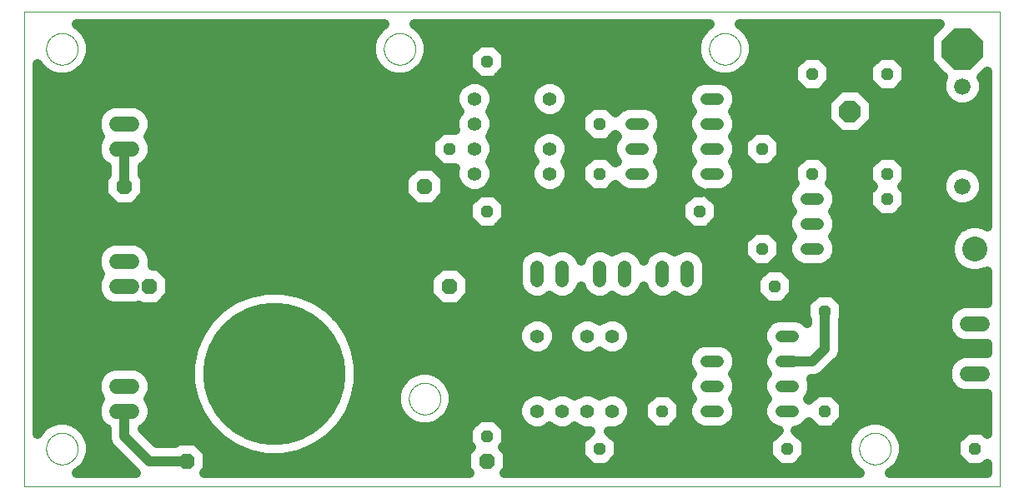
<source format=gbl>
G75*
%MOIN*%
%OFA0B0*%
%FSLAX25Y25*%
%IPPOS*%
%LPD*%
%AMOC8*
5,1,8,0,0,1.08239X$1,22.5*
%
%ADD10C,0.00000*%
%ADD11C,0.10000*%
%ADD12OC8,0.10000*%
%ADD13OC8,0.04800*%
%ADD14C,0.04800*%
%ADD15C,0.05512*%
%ADD16C,0.05400*%
%ADD17OC8,0.16400*%
%ADD18C,0.57000*%
%ADD19C,0.03562*%
%ADD20C,0.06000*%
%ADD21OC8,0.06300*%
%ADD22C,0.06600*%
%ADD23OC8,0.08500*%
%ADD24C,0.04000*%
D10*
X0003000Y0003000D02*
X0003000Y0193000D01*
X0393000Y0193000D01*
X0393000Y0003000D01*
X0003000Y0003000D01*
X0011701Y0018000D02*
X0011703Y0018158D01*
X0011709Y0018316D01*
X0011719Y0018474D01*
X0011733Y0018632D01*
X0011751Y0018789D01*
X0011772Y0018946D01*
X0011798Y0019102D01*
X0011828Y0019258D01*
X0011861Y0019413D01*
X0011899Y0019566D01*
X0011940Y0019719D01*
X0011985Y0019871D01*
X0012034Y0020022D01*
X0012087Y0020171D01*
X0012143Y0020319D01*
X0012203Y0020465D01*
X0012267Y0020610D01*
X0012335Y0020753D01*
X0012406Y0020895D01*
X0012480Y0021035D01*
X0012558Y0021172D01*
X0012640Y0021308D01*
X0012724Y0021442D01*
X0012813Y0021573D01*
X0012904Y0021702D01*
X0012999Y0021829D01*
X0013096Y0021954D01*
X0013197Y0022076D01*
X0013301Y0022195D01*
X0013408Y0022312D01*
X0013518Y0022426D01*
X0013631Y0022537D01*
X0013746Y0022646D01*
X0013864Y0022751D01*
X0013985Y0022853D01*
X0014108Y0022953D01*
X0014234Y0023049D01*
X0014362Y0023142D01*
X0014492Y0023232D01*
X0014625Y0023318D01*
X0014760Y0023402D01*
X0014896Y0023481D01*
X0015035Y0023558D01*
X0015176Y0023630D01*
X0015318Y0023700D01*
X0015462Y0023765D01*
X0015608Y0023827D01*
X0015755Y0023885D01*
X0015904Y0023940D01*
X0016054Y0023991D01*
X0016205Y0024038D01*
X0016357Y0024081D01*
X0016510Y0024120D01*
X0016665Y0024156D01*
X0016820Y0024187D01*
X0016976Y0024215D01*
X0017132Y0024239D01*
X0017289Y0024259D01*
X0017447Y0024275D01*
X0017604Y0024287D01*
X0017763Y0024295D01*
X0017921Y0024299D01*
X0018079Y0024299D01*
X0018237Y0024295D01*
X0018396Y0024287D01*
X0018553Y0024275D01*
X0018711Y0024259D01*
X0018868Y0024239D01*
X0019024Y0024215D01*
X0019180Y0024187D01*
X0019335Y0024156D01*
X0019490Y0024120D01*
X0019643Y0024081D01*
X0019795Y0024038D01*
X0019946Y0023991D01*
X0020096Y0023940D01*
X0020245Y0023885D01*
X0020392Y0023827D01*
X0020538Y0023765D01*
X0020682Y0023700D01*
X0020824Y0023630D01*
X0020965Y0023558D01*
X0021104Y0023481D01*
X0021240Y0023402D01*
X0021375Y0023318D01*
X0021508Y0023232D01*
X0021638Y0023142D01*
X0021766Y0023049D01*
X0021892Y0022953D01*
X0022015Y0022853D01*
X0022136Y0022751D01*
X0022254Y0022646D01*
X0022369Y0022537D01*
X0022482Y0022426D01*
X0022592Y0022312D01*
X0022699Y0022195D01*
X0022803Y0022076D01*
X0022904Y0021954D01*
X0023001Y0021829D01*
X0023096Y0021702D01*
X0023187Y0021573D01*
X0023276Y0021442D01*
X0023360Y0021308D01*
X0023442Y0021172D01*
X0023520Y0021035D01*
X0023594Y0020895D01*
X0023665Y0020753D01*
X0023733Y0020610D01*
X0023797Y0020465D01*
X0023857Y0020319D01*
X0023913Y0020171D01*
X0023966Y0020022D01*
X0024015Y0019871D01*
X0024060Y0019719D01*
X0024101Y0019566D01*
X0024139Y0019413D01*
X0024172Y0019258D01*
X0024202Y0019102D01*
X0024228Y0018946D01*
X0024249Y0018789D01*
X0024267Y0018632D01*
X0024281Y0018474D01*
X0024291Y0018316D01*
X0024297Y0018158D01*
X0024299Y0018000D01*
X0024297Y0017842D01*
X0024291Y0017684D01*
X0024281Y0017526D01*
X0024267Y0017368D01*
X0024249Y0017211D01*
X0024228Y0017054D01*
X0024202Y0016898D01*
X0024172Y0016742D01*
X0024139Y0016587D01*
X0024101Y0016434D01*
X0024060Y0016281D01*
X0024015Y0016129D01*
X0023966Y0015978D01*
X0023913Y0015829D01*
X0023857Y0015681D01*
X0023797Y0015535D01*
X0023733Y0015390D01*
X0023665Y0015247D01*
X0023594Y0015105D01*
X0023520Y0014965D01*
X0023442Y0014828D01*
X0023360Y0014692D01*
X0023276Y0014558D01*
X0023187Y0014427D01*
X0023096Y0014298D01*
X0023001Y0014171D01*
X0022904Y0014046D01*
X0022803Y0013924D01*
X0022699Y0013805D01*
X0022592Y0013688D01*
X0022482Y0013574D01*
X0022369Y0013463D01*
X0022254Y0013354D01*
X0022136Y0013249D01*
X0022015Y0013147D01*
X0021892Y0013047D01*
X0021766Y0012951D01*
X0021638Y0012858D01*
X0021508Y0012768D01*
X0021375Y0012682D01*
X0021240Y0012598D01*
X0021104Y0012519D01*
X0020965Y0012442D01*
X0020824Y0012370D01*
X0020682Y0012300D01*
X0020538Y0012235D01*
X0020392Y0012173D01*
X0020245Y0012115D01*
X0020096Y0012060D01*
X0019946Y0012009D01*
X0019795Y0011962D01*
X0019643Y0011919D01*
X0019490Y0011880D01*
X0019335Y0011844D01*
X0019180Y0011813D01*
X0019024Y0011785D01*
X0018868Y0011761D01*
X0018711Y0011741D01*
X0018553Y0011725D01*
X0018396Y0011713D01*
X0018237Y0011705D01*
X0018079Y0011701D01*
X0017921Y0011701D01*
X0017763Y0011705D01*
X0017604Y0011713D01*
X0017447Y0011725D01*
X0017289Y0011741D01*
X0017132Y0011761D01*
X0016976Y0011785D01*
X0016820Y0011813D01*
X0016665Y0011844D01*
X0016510Y0011880D01*
X0016357Y0011919D01*
X0016205Y0011962D01*
X0016054Y0012009D01*
X0015904Y0012060D01*
X0015755Y0012115D01*
X0015608Y0012173D01*
X0015462Y0012235D01*
X0015318Y0012300D01*
X0015176Y0012370D01*
X0015035Y0012442D01*
X0014896Y0012519D01*
X0014760Y0012598D01*
X0014625Y0012682D01*
X0014492Y0012768D01*
X0014362Y0012858D01*
X0014234Y0012951D01*
X0014108Y0013047D01*
X0013985Y0013147D01*
X0013864Y0013249D01*
X0013746Y0013354D01*
X0013631Y0013463D01*
X0013518Y0013574D01*
X0013408Y0013688D01*
X0013301Y0013805D01*
X0013197Y0013924D01*
X0013096Y0014046D01*
X0012999Y0014171D01*
X0012904Y0014298D01*
X0012813Y0014427D01*
X0012724Y0014558D01*
X0012640Y0014692D01*
X0012558Y0014828D01*
X0012480Y0014965D01*
X0012406Y0015105D01*
X0012335Y0015247D01*
X0012267Y0015390D01*
X0012203Y0015535D01*
X0012143Y0015681D01*
X0012087Y0015829D01*
X0012034Y0015978D01*
X0011985Y0016129D01*
X0011940Y0016281D01*
X0011899Y0016434D01*
X0011861Y0016587D01*
X0011828Y0016742D01*
X0011798Y0016898D01*
X0011772Y0017054D01*
X0011751Y0017211D01*
X0011733Y0017368D01*
X0011719Y0017526D01*
X0011709Y0017684D01*
X0011703Y0017842D01*
X0011701Y0018000D01*
X0156701Y0038000D02*
X0156703Y0038158D01*
X0156709Y0038316D01*
X0156719Y0038474D01*
X0156733Y0038632D01*
X0156751Y0038789D01*
X0156772Y0038946D01*
X0156798Y0039102D01*
X0156828Y0039258D01*
X0156861Y0039413D01*
X0156899Y0039566D01*
X0156940Y0039719D01*
X0156985Y0039871D01*
X0157034Y0040022D01*
X0157087Y0040171D01*
X0157143Y0040319D01*
X0157203Y0040465D01*
X0157267Y0040610D01*
X0157335Y0040753D01*
X0157406Y0040895D01*
X0157480Y0041035D01*
X0157558Y0041172D01*
X0157640Y0041308D01*
X0157724Y0041442D01*
X0157813Y0041573D01*
X0157904Y0041702D01*
X0157999Y0041829D01*
X0158096Y0041954D01*
X0158197Y0042076D01*
X0158301Y0042195D01*
X0158408Y0042312D01*
X0158518Y0042426D01*
X0158631Y0042537D01*
X0158746Y0042646D01*
X0158864Y0042751D01*
X0158985Y0042853D01*
X0159108Y0042953D01*
X0159234Y0043049D01*
X0159362Y0043142D01*
X0159492Y0043232D01*
X0159625Y0043318D01*
X0159760Y0043402D01*
X0159896Y0043481D01*
X0160035Y0043558D01*
X0160176Y0043630D01*
X0160318Y0043700D01*
X0160462Y0043765D01*
X0160608Y0043827D01*
X0160755Y0043885D01*
X0160904Y0043940D01*
X0161054Y0043991D01*
X0161205Y0044038D01*
X0161357Y0044081D01*
X0161510Y0044120D01*
X0161665Y0044156D01*
X0161820Y0044187D01*
X0161976Y0044215D01*
X0162132Y0044239D01*
X0162289Y0044259D01*
X0162447Y0044275D01*
X0162604Y0044287D01*
X0162763Y0044295D01*
X0162921Y0044299D01*
X0163079Y0044299D01*
X0163237Y0044295D01*
X0163396Y0044287D01*
X0163553Y0044275D01*
X0163711Y0044259D01*
X0163868Y0044239D01*
X0164024Y0044215D01*
X0164180Y0044187D01*
X0164335Y0044156D01*
X0164490Y0044120D01*
X0164643Y0044081D01*
X0164795Y0044038D01*
X0164946Y0043991D01*
X0165096Y0043940D01*
X0165245Y0043885D01*
X0165392Y0043827D01*
X0165538Y0043765D01*
X0165682Y0043700D01*
X0165824Y0043630D01*
X0165965Y0043558D01*
X0166104Y0043481D01*
X0166240Y0043402D01*
X0166375Y0043318D01*
X0166508Y0043232D01*
X0166638Y0043142D01*
X0166766Y0043049D01*
X0166892Y0042953D01*
X0167015Y0042853D01*
X0167136Y0042751D01*
X0167254Y0042646D01*
X0167369Y0042537D01*
X0167482Y0042426D01*
X0167592Y0042312D01*
X0167699Y0042195D01*
X0167803Y0042076D01*
X0167904Y0041954D01*
X0168001Y0041829D01*
X0168096Y0041702D01*
X0168187Y0041573D01*
X0168276Y0041442D01*
X0168360Y0041308D01*
X0168442Y0041172D01*
X0168520Y0041035D01*
X0168594Y0040895D01*
X0168665Y0040753D01*
X0168733Y0040610D01*
X0168797Y0040465D01*
X0168857Y0040319D01*
X0168913Y0040171D01*
X0168966Y0040022D01*
X0169015Y0039871D01*
X0169060Y0039719D01*
X0169101Y0039566D01*
X0169139Y0039413D01*
X0169172Y0039258D01*
X0169202Y0039102D01*
X0169228Y0038946D01*
X0169249Y0038789D01*
X0169267Y0038632D01*
X0169281Y0038474D01*
X0169291Y0038316D01*
X0169297Y0038158D01*
X0169299Y0038000D01*
X0169297Y0037842D01*
X0169291Y0037684D01*
X0169281Y0037526D01*
X0169267Y0037368D01*
X0169249Y0037211D01*
X0169228Y0037054D01*
X0169202Y0036898D01*
X0169172Y0036742D01*
X0169139Y0036587D01*
X0169101Y0036434D01*
X0169060Y0036281D01*
X0169015Y0036129D01*
X0168966Y0035978D01*
X0168913Y0035829D01*
X0168857Y0035681D01*
X0168797Y0035535D01*
X0168733Y0035390D01*
X0168665Y0035247D01*
X0168594Y0035105D01*
X0168520Y0034965D01*
X0168442Y0034828D01*
X0168360Y0034692D01*
X0168276Y0034558D01*
X0168187Y0034427D01*
X0168096Y0034298D01*
X0168001Y0034171D01*
X0167904Y0034046D01*
X0167803Y0033924D01*
X0167699Y0033805D01*
X0167592Y0033688D01*
X0167482Y0033574D01*
X0167369Y0033463D01*
X0167254Y0033354D01*
X0167136Y0033249D01*
X0167015Y0033147D01*
X0166892Y0033047D01*
X0166766Y0032951D01*
X0166638Y0032858D01*
X0166508Y0032768D01*
X0166375Y0032682D01*
X0166240Y0032598D01*
X0166104Y0032519D01*
X0165965Y0032442D01*
X0165824Y0032370D01*
X0165682Y0032300D01*
X0165538Y0032235D01*
X0165392Y0032173D01*
X0165245Y0032115D01*
X0165096Y0032060D01*
X0164946Y0032009D01*
X0164795Y0031962D01*
X0164643Y0031919D01*
X0164490Y0031880D01*
X0164335Y0031844D01*
X0164180Y0031813D01*
X0164024Y0031785D01*
X0163868Y0031761D01*
X0163711Y0031741D01*
X0163553Y0031725D01*
X0163396Y0031713D01*
X0163237Y0031705D01*
X0163079Y0031701D01*
X0162921Y0031701D01*
X0162763Y0031705D01*
X0162604Y0031713D01*
X0162447Y0031725D01*
X0162289Y0031741D01*
X0162132Y0031761D01*
X0161976Y0031785D01*
X0161820Y0031813D01*
X0161665Y0031844D01*
X0161510Y0031880D01*
X0161357Y0031919D01*
X0161205Y0031962D01*
X0161054Y0032009D01*
X0160904Y0032060D01*
X0160755Y0032115D01*
X0160608Y0032173D01*
X0160462Y0032235D01*
X0160318Y0032300D01*
X0160176Y0032370D01*
X0160035Y0032442D01*
X0159896Y0032519D01*
X0159760Y0032598D01*
X0159625Y0032682D01*
X0159492Y0032768D01*
X0159362Y0032858D01*
X0159234Y0032951D01*
X0159108Y0033047D01*
X0158985Y0033147D01*
X0158864Y0033249D01*
X0158746Y0033354D01*
X0158631Y0033463D01*
X0158518Y0033574D01*
X0158408Y0033688D01*
X0158301Y0033805D01*
X0158197Y0033924D01*
X0158096Y0034046D01*
X0157999Y0034171D01*
X0157904Y0034298D01*
X0157813Y0034427D01*
X0157724Y0034558D01*
X0157640Y0034692D01*
X0157558Y0034828D01*
X0157480Y0034965D01*
X0157406Y0035105D01*
X0157335Y0035247D01*
X0157267Y0035390D01*
X0157203Y0035535D01*
X0157143Y0035681D01*
X0157087Y0035829D01*
X0157034Y0035978D01*
X0156985Y0036129D01*
X0156940Y0036281D01*
X0156899Y0036434D01*
X0156861Y0036587D01*
X0156828Y0036742D01*
X0156798Y0036898D01*
X0156772Y0037054D01*
X0156751Y0037211D01*
X0156733Y0037368D01*
X0156719Y0037526D01*
X0156709Y0037684D01*
X0156703Y0037842D01*
X0156701Y0038000D01*
X0336701Y0018000D02*
X0336703Y0018158D01*
X0336709Y0018316D01*
X0336719Y0018474D01*
X0336733Y0018632D01*
X0336751Y0018789D01*
X0336772Y0018946D01*
X0336798Y0019102D01*
X0336828Y0019258D01*
X0336861Y0019413D01*
X0336899Y0019566D01*
X0336940Y0019719D01*
X0336985Y0019871D01*
X0337034Y0020022D01*
X0337087Y0020171D01*
X0337143Y0020319D01*
X0337203Y0020465D01*
X0337267Y0020610D01*
X0337335Y0020753D01*
X0337406Y0020895D01*
X0337480Y0021035D01*
X0337558Y0021172D01*
X0337640Y0021308D01*
X0337724Y0021442D01*
X0337813Y0021573D01*
X0337904Y0021702D01*
X0337999Y0021829D01*
X0338096Y0021954D01*
X0338197Y0022076D01*
X0338301Y0022195D01*
X0338408Y0022312D01*
X0338518Y0022426D01*
X0338631Y0022537D01*
X0338746Y0022646D01*
X0338864Y0022751D01*
X0338985Y0022853D01*
X0339108Y0022953D01*
X0339234Y0023049D01*
X0339362Y0023142D01*
X0339492Y0023232D01*
X0339625Y0023318D01*
X0339760Y0023402D01*
X0339896Y0023481D01*
X0340035Y0023558D01*
X0340176Y0023630D01*
X0340318Y0023700D01*
X0340462Y0023765D01*
X0340608Y0023827D01*
X0340755Y0023885D01*
X0340904Y0023940D01*
X0341054Y0023991D01*
X0341205Y0024038D01*
X0341357Y0024081D01*
X0341510Y0024120D01*
X0341665Y0024156D01*
X0341820Y0024187D01*
X0341976Y0024215D01*
X0342132Y0024239D01*
X0342289Y0024259D01*
X0342447Y0024275D01*
X0342604Y0024287D01*
X0342763Y0024295D01*
X0342921Y0024299D01*
X0343079Y0024299D01*
X0343237Y0024295D01*
X0343396Y0024287D01*
X0343553Y0024275D01*
X0343711Y0024259D01*
X0343868Y0024239D01*
X0344024Y0024215D01*
X0344180Y0024187D01*
X0344335Y0024156D01*
X0344490Y0024120D01*
X0344643Y0024081D01*
X0344795Y0024038D01*
X0344946Y0023991D01*
X0345096Y0023940D01*
X0345245Y0023885D01*
X0345392Y0023827D01*
X0345538Y0023765D01*
X0345682Y0023700D01*
X0345824Y0023630D01*
X0345965Y0023558D01*
X0346104Y0023481D01*
X0346240Y0023402D01*
X0346375Y0023318D01*
X0346508Y0023232D01*
X0346638Y0023142D01*
X0346766Y0023049D01*
X0346892Y0022953D01*
X0347015Y0022853D01*
X0347136Y0022751D01*
X0347254Y0022646D01*
X0347369Y0022537D01*
X0347482Y0022426D01*
X0347592Y0022312D01*
X0347699Y0022195D01*
X0347803Y0022076D01*
X0347904Y0021954D01*
X0348001Y0021829D01*
X0348096Y0021702D01*
X0348187Y0021573D01*
X0348276Y0021442D01*
X0348360Y0021308D01*
X0348442Y0021172D01*
X0348520Y0021035D01*
X0348594Y0020895D01*
X0348665Y0020753D01*
X0348733Y0020610D01*
X0348797Y0020465D01*
X0348857Y0020319D01*
X0348913Y0020171D01*
X0348966Y0020022D01*
X0349015Y0019871D01*
X0349060Y0019719D01*
X0349101Y0019566D01*
X0349139Y0019413D01*
X0349172Y0019258D01*
X0349202Y0019102D01*
X0349228Y0018946D01*
X0349249Y0018789D01*
X0349267Y0018632D01*
X0349281Y0018474D01*
X0349291Y0018316D01*
X0349297Y0018158D01*
X0349299Y0018000D01*
X0349297Y0017842D01*
X0349291Y0017684D01*
X0349281Y0017526D01*
X0349267Y0017368D01*
X0349249Y0017211D01*
X0349228Y0017054D01*
X0349202Y0016898D01*
X0349172Y0016742D01*
X0349139Y0016587D01*
X0349101Y0016434D01*
X0349060Y0016281D01*
X0349015Y0016129D01*
X0348966Y0015978D01*
X0348913Y0015829D01*
X0348857Y0015681D01*
X0348797Y0015535D01*
X0348733Y0015390D01*
X0348665Y0015247D01*
X0348594Y0015105D01*
X0348520Y0014965D01*
X0348442Y0014828D01*
X0348360Y0014692D01*
X0348276Y0014558D01*
X0348187Y0014427D01*
X0348096Y0014298D01*
X0348001Y0014171D01*
X0347904Y0014046D01*
X0347803Y0013924D01*
X0347699Y0013805D01*
X0347592Y0013688D01*
X0347482Y0013574D01*
X0347369Y0013463D01*
X0347254Y0013354D01*
X0347136Y0013249D01*
X0347015Y0013147D01*
X0346892Y0013047D01*
X0346766Y0012951D01*
X0346638Y0012858D01*
X0346508Y0012768D01*
X0346375Y0012682D01*
X0346240Y0012598D01*
X0346104Y0012519D01*
X0345965Y0012442D01*
X0345824Y0012370D01*
X0345682Y0012300D01*
X0345538Y0012235D01*
X0345392Y0012173D01*
X0345245Y0012115D01*
X0345096Y0012060D01*
X0344946Y0012009D01*
X0344795Y0011962D01*
X0344643Y0011919D01*
X0344490Y0011880D01*
X0344335Y0011844D01*
X0344180Y0011813D01*
X0344024Y0011785D01*
X0343868Y0011761D01*
X0343711Y0011741D01*
X0343553Y0011725D01*
X0343396Y0011713D01*
X0343237Y0011705D01*
X0343079Y0011701D01*
X0342921Y0011701D01*
X0342763Y0011705D01*
X0342604Y0011713D01*
X0342447Y0011725D01*
X0342289Y0011741D01*
X0342132Y0011761D01*
X0341976Y0011785D01*
X0341820Y0011813D01*
X0341665Y0011844D01*
X0341510Y0011880D01*
X0341357Y0011919D01*
X0341205Y0011962D01*
X0341054Y0012009D01*
X0340904Y0012060D01*
X0340755Y0012115D01*
X0340608Y0012173D01*
X0340462Y0012235D01*
X0340318Y0012300D01*
X0340176Y0012370D01*
X0340035Y0012442D01*
X0339896Y0012519D01*
X0339760Y0012598D01*
X0339625Y0012682D01*
X0339492Y0012768D01*
X0339362Y0012858D01*
X0339234Y0012951D01*
X0339108Y0013047D01*
X0338985Y0013147D01*
X0338864Y0013249D01*
X0338746Y0013354D01*
X0338631Y0013463D01*
X0338518Y0013574D01*
X0338408Y0013688D01*
X0338301Y0013805D01*
X0338197Y0013924D01*
X0338096Y0014046D01*
X0337999Y0014171D01*
X0337904Y0014298D01*
X0337813Y0014427D01*
X0337724Y0014558D01*
X0337640Y0014692D01*
X0337558Y0014828D01*
X0337480Y0014965D01*
X0337406Y0015105D01*
X0337335Y0015247D01*
X0337267Y0015390D01*
X0337203Y0015535D01*
X0337143Y0015681D01*
X0337087Y0015829D01*
X0337034Y0015978D01*
X0336985Y0016129D01*
X0336940Y0016281D01*
X0336899Y0016434D01*
X0336861Y0016587D01*
X0336828Y0016742D01*
X0336798Y0016898D01*
X0336772Y0017054D01*
X0336751Y0017211D01*
X0336733Y0017368D01*
X0336719Y0017526D01*
X0336709Y0017684D01*
X0336703Y0017842D01*
X0336701Y0018000D01*
X0276701Y0178000D02*
X0276703Y0178158D01*
X0276709Y0178316D01*
X0276719Y0178474D01*
X0276733Y0178632D01*
X0276751Y0178789D01*
X0276772Y0178946D01*
X0276798Y0179102D01*
X0276828Y0179258D01*
X0276861Y0179413D01*
X0276899Y0179566D01*
X0276940Y0179719D01*
X0276985Y0179871D01*
X0277034Y0180022D01*
X0277087Y0180171D01*
X0277143Y0180319D01*
X0277203Y0180465D01*
X0277267Y0180610D01*
X0277335Y0180753D01*
X0277406Y0180895D01*
X0277480Y0181035D01*
X0277558Y0181172D01*
X0277640Y0181308D01*
X0277724Y0181442D01*
X0277813Y0181573D01*
X0277904Y0181702D01*
X0277999Y0181829D01*
X0278096Y0181954D01*
X0278197Y0182076D01*
X0278301Y0182195D01*
X0278408Y0182312D01*
X0278518Y0182426D01*
X0278631Y0182537D01*
X0278746Y0182646D01*
X0278864Y0182751D01*
X0278985Y0182853D01*
X0279108Y0182953D01*
X0279234Y0183049D01*
X0279362Y0183142D01*
X0279492Y0183232D01*
X0279625Y0183318D01*
X0279760Y0183402D01*
X0279896Y0183481D01*
X0280035Y0183558D01*
X0280176Y0183630D01*
X0280318Y0183700D01*
X0280462Y0183765D01*
X0280608Y0183827D01*
X0280755Y0183885D01*
X0280904Y0183940D01*
X0281054Y0183991D01*
X0281205Y0184038D01*
X0281357Y0184081D01*
X0281510Y0184120D01*
X0281665Y0184156D01*
X0281820Y0184187D01*
X0281976Y0184215D01*
X0282132Y0184239D01*
X0282289Y0184259D01*
X0282447Y0184275D01*
X0282604Y0184287D01*
X0282763Y0184295D01*
X0282921Y0184299D01*
X0283079Y0184299D01*
X0283237Y0184295D01*
X0283396Y0184287D01*
X0283553Y0184275D01*
X0283711Y0184259D01*
X0283868Y0184239D01*
X0284024Y0184215D01*
X0284180Y0184187D01*
X0284335Y0184156D01*
X0284490Y0184120D01*
X0284643Y0184081D01*
X0284795Y0184038D01*
X0284946Y0183991D01*
X0285096Y0183940D01*
X0285245Y0183885D01*
X0285392Y0183827D01*
X0285538Y0183765D01*
X0285682Y0183700D01*
X0285824Y0183630D01*
X0285965Y0183558D01*
X0286104Y0183481D01*
X0286240Y0183402D01*
X0286375Y0183318D01*
X0286508Y0183232D01*
X0286638Y0183142D01*
X0286766Y0183049D01*
X0286892Y0182953D01*
X0287015Y0182853D01*
X0287136Y0182751D01*
X0287254Y0182646D01*
X0287369Y0182537D01*
X0287482Y0182426D01*
X0287592Y0182312D01*
X0287699Y0182195D01*
X0287803Y0182076D01*
X0287904Y0181954D01*
X0288001Y0181829D01*
X0288096Y0181702D01*
X0288187Y0181573D01*
X0288276Y0181442D01*
X0288360Y0181308D01*
X0288442Y0181172D01*
X0288520Y0181035D01*
X0288594Y0180895D01*
X0288665Y0180753D01*
X0288733Y0180610D01*
X0288797Y0180465D01*
X0288857Y0180319D01*
X0288913Y0180171D01*
X0288966Y0180022D01*
X0289015Y0179871D01*
X0289060Y0179719D01*
X0289101Y0179566D01*
X0289139Y0179413D01*
X0289172Y0179258D01*
X0289202Y0179102D01*
X0289228Y0178946D01*
X0289249Y0178789D01*
X0289267Y0178632D01*
X0289281Y0178474D01*
X0289291Y0178316D01*
X0289297Y0178158D01*
X0289299Y0178000D01*
X0289297Y0177842D01*
X0289291Y0177684D01*
X0289281Y0177526D01*
X0289267Y0177368D01*
X0289249Y0177211D01*
X0289228Y0177054D01*
X0289202Y0176898D01*
X0289172Y0176742D01*
X0289139Y0176587D01*
X0289101Y0176434D01*
X0289060Y0176281D01*
X0289015Y0176129D01*
X0288966Y0175978D01*
X0288913Y0175829D01*
X0288857Y0175681D01*
X0288797Y0175535D01*
X0288733Y0175390D01*
X0288665Y0175247D01*
X0288594Y0175105D01*
X0288520Y0174965D01*
X0288442Y0174828D01*
X0288360Y0174692D01*
X0288276Y0174558D01*
X0288187Y0174427D01*
X0288096Y0174298D01*
X0288001Y0174171D01*
X0287904Y0174046D01*
X0287803Y0173924D01*
X0287699Y0173805D01*
X0287592Y0173688D01*
X0287482Y0173574D01*
X0287369Y0173463D01*
X0287254Y0173354D01*
X0287136Y0173249D01*
X0287015Y0173147D01*
X0286892Y0173047D01*
X0286766Y0172951D01*
X0286638Y0172858D01*
X0286508Y0172768D01*
X0286375Y0172682D01*
X0286240Y0172598D01*
X0286104Y0172519D01*
X0285965Y0172442D01*
X0285824Y0172370D01*
X0285682Y0172300D01*
X0285538Y0172235D01*
X0285392Y0172173D01*
X0285245Y0172115D01*
X0285096Y0172060D01*
X0284946Y0172009D01*
X0284795Y0171962D01*
X0284643Y0171919D01*
X0284490Y0171880D01*
X0284335Y0171844D01*
X0284180Y0171813D01*
X0284024Y0171785D01*
X0283868Y0171761D01*
X0283711Y0171741D01*
X0283553Y0171725D01*
X0283396Y0171713D01*
X0283237Y0171705D01*
X0283079Y0171701D01*
X0282921Y0171701D01*
X0282763Y0171705D01*
X0282604Y0171713D01*
X0282447Y0171725D01*
X0282289Y0171741D01*
X0282132Y0171761D01*
X0281976Y0171785D01*
X0281820Y0171813D01*
X0281665Y0171844D01*
X0281510Y0171880D01*
X0281357Y0171919D01*
X0281205Y0171962D01*
X0281054Y0172009D01*
X0280904Y0172060D01*
X0280755Y0172115D01*
X0280608Y0172173D01*
X0280462Y0172235D01*
X0280318Y0172300D01*
X0280176Y0172370D01*
X0280035Y0172442D01*
X0279896Y0172519D01*
X0279760Y0172598D01*
X0279625Y0172682D01*
X0279492Y0172768D01*
X0279362Y0172858D01*
X0279234Y0172951D01*
X0279108Y0173047D01*
X0278985Y0173147D01*
X0278864Y0173249D01*
X0278746Y0173354D01*
X0278631Y0173463D01*
X0278518Y0173574D01*
X0278408Y0173688D01*
X0278301Y0173805D01*
X0278197Y0173924D01*
X0278096Y0174046D01*
X0277999Y0174171D01*
X0277904Y0174298D01*
X0277813Y0174427D01*
X0277724Y0174558D01*
X0277640Y0174692D01*
X0277558Y0174828D01*
X0277480Y0174965D01*
X0277406Y0175105D01*
X0277335Y0175247D01*
X0277267Y0175390D01*
X0277203Y0175535D01*
X0277143Y0175681D01*
X0277087Y0175829D01*
X0277034Y0175978D01*
X0276985Y0176129D01*
X0276940Y0176281D01*
X0276899Y0176434D01*
X0276861Y0176587D01*
X0276828Y0176742D01*
X0276798Y0176898D01*
X0276772Y0177054D01*
X0276751Y0177211D01*
X0276733Y0177368D01*
X0276719Y0177526D01*
X0276709Y0177684D01*
X0276703Y0177842D01*
X0276701Y0178000D01*
X0146701Y0178000D02*
X0146703Y0178158D01*
X0146709Y0178316D01*
X0146719Y0178474D01*
X0146733Y0178632D01*
X0146751Y0178789D01*
X0146772Y0178946D01*
X0146798Y0179102D01*
X0146828Y0179258D01*
X0146861Y0179413D01*
X0146899Y0179566D01*
X0146940Y0179719D01*
X0146985Y0179871D01*
X0147034Y0180022D01*
X0147087Y0180171D01*
X0147143Y0180319D01*
X0147203Y0180465D01*
X0147267Y0180610D01*
X0147335Y0180753D01*
X0147406Y0180895D01*
X0147480Y0181035D01*
X0147558Y0181172D01*
X0147640Y0181308D01*
X0147724Y0181442D01*
X0147813Y0181573D01*
X0147904Y0181702D01*
X0147999Y0181829D01*
X0148096Y0181954D01*
X0148197Y0182076D01*
X0148301Y0182195D01*
X0148408Y0182312D01*
X0148518Y0182426D01*
X0148631Y0182537D01*
X0148746Y0182646D01*
X0148864Y0182751D01*
X0148985Y0182853D01*
X0149108Y0182953D01*
X0149234Y0183049D01*
X0149362Y0183142D01*
X0149492Y0183232D01*
X0149625Y0183318D01*
X0149760Y0183402D01*
X0149896Y0183481D01*
X0150035Y0183558D01*
X0150176Y0183630D01*
X0150318Y0183700D01*
X0150462Y0183765D01*
X0150608Y0183827D01*
X0150755Y0183885D01*
X0150904Y0183940D01*
X0151054Y0183991D01*
X0151205Y0184038D01*
X0151357Y0184081D01*
X0151510Y0184120D01*
X0151665Y0184156D01*
X0151820Y0184187D01*
X0151976Y0184215D01*
X0152132Y0184239D01*
X0152289Y0184259D01*
X0152447Y0184275D01*
X0152604Y0184287D01*
X0152763Y0184295D01*
X0152921Y0184299D01*
X0153079Y0184299D01*
X0153237Y0184295D01*
X0153396Y0184287D01*
X0153553Y0184275D01*
X0153711Y0184259D01*
X0153868Y0184239D01*
X0154024Y0184215D01*
X0154180Y0184187D01*
X0154335Y0184156D01*
X0154490Y0184120D01*
X0154643Y0184081D01*
X0154795Y0184038D01*
X0154946Y0183991D01*
X0155096Y0183940D01*
X0155245Y0183885D01*
X0155392Y0183827D01*
X0155538Y0183765D01*
X0155682Y0183700D01*
X0155824Y0183630D01*
X0155965Y0183558D01*
X0156104Y0183481D01*
X0156240Y0183402D01*
X0156375Y0183318D01*
X0156508Y0183232D01*
X0156638Y0183142D01*
X0156766Y0183049D01*
X0156892Y0182953D01*
X0157015Y0182853D01*
X0157136Y0182751D01*
X0157254Y0182646D01*
X0157369Y0182537D01*
X0157482Y0182426D01*
X0157592Y0182312D01*
X0157699Y0182195D01*
X0157803Y0182076D01*
X0157904Y0181954D01*
X0158001Y0181829D01*
X0158096Y0181702D01*
X0158187Y0181573D01*
X0158276Y0181442D01*
X0158360Y0181308D01*
X0158442Y0181172D01*
X0158520Y0181035D01*
X0158594Y0180895D01*
X0158665Y0180753D01*
X0158733Y0180610D01*
X0158797Y0180465D01*
X0158857Y0180319D01*
X0158913Y0180171D01*
X0158966Y0180022D01*
X0159015Y0179871D01*
X0159060Y0179719D01*
X0159101Y0179566D01*
X0159139Y0179413D01*
X0159172Y0179258D01*
X0159202Y0179102D01*
X0159228Y0178946D01*
X0159249Y0178789D01*
X0159267Y0178632D01*
X0159281Y0178474D01*
X0159291Y0178316D01*
X0159297Y0178158D01*
X0159299Y0178000D01*
X0159297Y0177842D01*
X0159291Y0177684D01*
X0159281Y0177526D01*
X0159267Y0177368D01*
X0159249Y0177211D01*
X0159228Y0177054D01*
X0159202Y0176898D01*
X0159172Y0176742D01*
X0159139Y0176587D01*
X0159101Y0176434D01*
X0159060Y0176281D01*
X0159015Y0176129D01*
X0158966Y0175978D01*
X0158913Y0175829D01*
X0158857Y0175681D01*
X0158797Y0175535D01*
X0158733Y0175390D01*
X0158665Y0175247D01*
X0158594Y0175105D01*
X0158520Y0174965D01*
X0158442Y0174828D01*
X0158360Y0174692D01*
X0158276Y0174558D01*
X0158187Y0174427D01*
X0158096Y0174298D01*
X0158001Y0174171D01*
X0157904Y0174046D01*
X0157803Y0173924D01*
X0157699Y0173805D01*
X0157592Y0173688D01*
X0157482Y0173574D01*
X0157369Y0173463D01*
X0157254Y0173354D01*
X0157136Y0173249D01*
X0157015Y0173147D01*
X0156892Y0173047D01*
X0156766Y0172951D01*
X0156638Y0172858D01*
X0156508Y0172768D01*
X0156375Y0172682D01*
X0156240Y0172598D01*
X0156104Y0172519D01*
X0155965Y0172442D01*
X0155824Y0172370D01*
X0155682Y0172300D01*
X0155538Y0172235D01*
X0155392Y0172173D01*
X0155245Y0172115D01*
X0155096Y0172060D01*
X0154946Y0172009D01*
X0154795Y0171962D01*
X0154643Y0171919D01*
X0154490Y0171880D01*
X0154335Y0171844D01*
X0154180Y0171813D01*
X0154024Y0171785D01*
X0153868Y0171761D01*
X0153711Y0171741D01*
X0153553Y0171725D01*
X0153396Y0171713D01*
X0153237Y0171705D01*
X0153079Y0171701D01*
X0152921Y0171701D01*
X0152763Y0171705D01*
X0152604Y0171713D01*
X0152447Y0171725D01*
X0152289Y0171741D01*
X0152132Y0171761D01*
X0151976Y0171785D01*
X0151820Y0171813D01*
X0151665Y0171844D01*
X0151510Y0171880D01*
X0151357Y0171919D01*
X0151205Y0171962D01*
X0151054Y0172009D01*
X0150904Y0172060D01*
X0150755Y0172115D01*
X0150608Y0172173D01*
X0150462Y0172235D01*
X0150318Y0172300D01*
X0150176Y0172370D01*
X0150035Y0172442D01*
X0149896Y0172519D01*
X0149760Y0172598D01*
X0149625Y0172682D01*
X0149492Y0172768D01*
X0149362Y0172858D01*
X0149234Y0172951D01*
X0149108Y0173047D01*
X0148985Y0173147D01*
X0148864Y0173249D01*
X0148746Y0173354D01*
X0148631Y0173463D01*
X0148518Y0173574D01*
X0148408Y0173688D01*
X0148301Y0173805D01*
X0148197Y0173924D01*
X0148096Y0174046D01*
X0147999Y0174171D01*
X0147904Y0174298D01*
X0147813Y0174427D01*
X0147724Y0174558D01*
X0147640Y0174692D01*
X0147558Y0174828D01*
X0147480Y0174965D01*
X0147406Y0175105D01*
X0147335Y0175247D01*
X0147267Y0175390D01*
X0147203Y0175535D01*
X0147143Y0175681D01*
X0147087Y0175829D01*
X0147034Y0175978D01*
X0146985Y0176129D01*
X0146940Y0176281D01*
X0146899Y0176434D01*
X0146861Y0176587D01*
X0146828Y0176742D01*
X0146798Y0176898D01*
X0146772Y0177054D01*
X0146751Y0177211D01*
X0146733Y0177368D01*
X0146719Y0177526D01*
X0146709Y0177684D01*
X0146703Y0177842D01*
X0146701Y0178000D01*
X0011701Y0178000D02*
X0011703Y0178158D01*
X0011709Y0178316D01*
X0011719Y0178474D01*
X0011733Y0178632D01*
X0011751Y0178789D01*
X0011772Y0178946D01*
X0011798Y0179102D01*
X0011828Y0179258D01*
X0011861Y0179413D01*
X0011899Y0179566D01*
X0011940Y0179719D01*
X0011985Y0179871D01*
X0012034Y0180022D01*
X0012087Y0180171D01*
X0012143Y0180319D01*
X0012203Y0180465D01*
X0012267Y0180610D01*
X0012335Y0180753D01*
X0012406Y0180895D01*
X0012480Y0181035D01*
X0012558Y0181172D01*
X0012640Y0181308D01*
X0012724Y0181442D01*
X0012813Y0181573D01*
X0012904Y0181702D01*
X0012999Y0181829D01*
X0013096Y0181954D01*
X0013197Y0182076D01*
X0013301Y0182195D01*
X0013408Y0182312D01*
X0013518Y0182426D01*
X0013631Y0182537D01*
X0013746Y0182646D01*
X0013864Y0182751D01*
X0013985Y0182853D01*
X0014108Y0182953D01*
X0014234Y0183049D01*
X0014362Y0183142D01*
X0014492Y0183232D01*
X0014625Y0183318D01*
X0014760Y0183402D01*
X0014896Y0183481D01*
X0015035Y0183558D01*
X0015176Y0183630D01*
X0015318Y0183700D01*
X0015462Y0183765D01*
X0015608Y0183827D01*
X0015755Y0183885D01*
X0015904Y0183940D01*
X0016054Y0183991D01*
X0016205Y0184038D01*
X0016357Y0184081D01*
X0016510Y0184120D01*
X0016665Y0184156D01*
X0016820Y0184187D01*
X0016976Y0184215D01*
X0017132Y0184239D01*
X0017289Y0184259D01*
X0017447Y0184275D01*
X0017604Y0184287D01*
X0017763Y0184295D01*
X0017921Y0184299D01*
X0018079Y0184299D01*
X0018237Y0184295D01*
X0018396Y0184287D01*
X0018553Y0184275D01*
X0018711Y0184259D01*
X0018868Y0184239D01*
X0019024Y0184215D01*
X0019180Y0184187D01*
X0019335Y0184156D01*
X0019490Y0184120D01*
X0019643Y0184081D01*
X0019795Y0184038D01*
X0019946Y0183991D01*
X0020096Y0183940D01*
X0020245Y0183885D01*
X0020392Y0183827D01*
X0020538Y0183765D01*
X0020682Y0183700D01*
X0020824Y0183630D01*
X0020965Y0183558D01*
X0021104Y0183481D01*
X0021240Y0183402D01*
X0021375Y0183318D01*
X0021508Y0183232D01*
X0021638Y0183142D01*
X0021766Y0183049D01*
X0021892Y0182953D01*
X0022015Y0182853D01*
X0022136Y0182751D01*
X0022254Y0182646D01*
X0022369Y0182537D01*
X0022482Y0182426D01*
X0022592Y0182312D01*
X0022699Y0182195D01*
X0022803Y0182076D01*
X0022904Y0181954D01*
X0023001Y0181829D01*
X0023096Y0181702D01*
X0023187Y0181573D01*
X0023276Y0181442D01*
X0023360Y0181308D01*
X0023442Y0181172D01*
X0023520Y0181035D01*
X0023594Y0180895D01*
X0023665Y0180753D01*
X0023733Y0180610D01*
X0023797Y0180465D01*
X0023857Y0180319D01*
X0023913Y0180171D01*
X0023966Y0180022D01*
X0024015Y0179871D01*
X0024060Y0179719D01*
X0024101Y0179566D01*
X0024139Y0179413D01*
X0024172Y0179258D01*
X0024202Y0179102D01*
X0024228Y0178946D01*
X0024249Y0178789D01*
X0024267Y0178632D01*
X0024281Y0178474D01*
X0024291Y0178316D01*
X0024297Y0178158D01*
X0024299Y0178000D01*
X0024297Y0177842D01*
X0024291Y0177684D01*
X0024281Y0177526D01*
X0024267Y0177368D01*
X0024249Y0177211D01*
X0024228Y0177054D01*
X0024202Y0176898D01*
X0024172Y0176742D01*
X0024139Y0176587D01*
X0024101Y0176434D01*
X0024060Y0176281D01*
X0024015Y0176129D01*
X0023966Y0175978D01*
X0023913Y0175829D01*
X0023857Y0175681D01*
X0023797Y0175535D01*
X0023733Y0175390D01*
X0023665Y0175247D01*
X0023594Y0175105D01*
X0023520Y0174965D01*
X0023442Y0174828D01*
X0023360Y0174692D01*
X0023276Y0174558D01*
X0023187Y0174427D01*
X0023096Y0174298D01*
X0023001Y0174171D01*
X0022904Y0174046D01*
X0022803Y0173924D01*
X0022699Y0173805D01*
X0022592Y0173688D01*
X0022482Y0173574D01*
X0022369Y0173463D01*
X0022254Y0173354D01*
X0022136Y0173249D01*
X0022015Y0173147D01*
X0021892Y0173047D01*
X0021766Y0172951D01*
X0021638Y0172858D01*
X0021508Y0172768D01*
X0021375Y0172682D01*
X0021240Y0172598D01*
X0021104Y0172519D01*
X0020965Y0172442D01*
X0020824Y0172370D01*
X0020682Y0172300D01*
X0020538Y0172235D01*
X0020392Y0172173D01*
X0020245Y0172115D01*
X0020096Y0172060D01*
X0019946Y0172009D01*
X0019795Y0171962D01*
X0019643Y0171919D01*
X0019490Y0171880D01*
X0019335Y0171844D01*
X0019180Y0171813D01*
X0019024Y0171785D01*
X0018868Y0171761D01*
X0018711Y0171741D01*
X0018553Y0171725D01*
X0018396Y0171713D01*
X0018237Y0171705D01*
X0018079Y0171701D01*
X0017921Y0171701D01*
X0017763Y0171705D01*
X0017604Y0171713D01*
X0017447Y0171725D01*
X0017289Y0171741D01*
X0017132Y0171761D01*
X0016976Y0171785D01*
X0016820Y0171813D01*
X0016665Y0171844D01*
X0016510Y0171880D01*
X0016357Y0171919D01*
X0016205Y0171962D01*
X0016054Y0172009D01*
X0015904Y0172060D01*
X0015755Y0172115D01*
X0015608Y0172173D01*
X0015462Y0172235D01*
X0015318Y0172300D01*
X0015176Y0172370D01*
X0015035Y0172442D01*
X0014896Y0172519D01*
X0014760Y0172598D01*
X0014625Y0172682D01*
X0014492Y0172768D01*
X0014362Y0172858D01*
X0014234Y0172951D01*
X0014108Y0173047D01*
X0013985Y0173147D01*
X0013864Y0173249D01*
X0013746Y0173354D01*
X0013631Y0173463D01*
X0013518Y0173574D01*
X0013408Y0173688D01*
X0013301Y0173805D01*
X0013197Y0173924D01*
X0013096Y0174046D01*
X0012999Y0174171D01*
X0012904Y0174298D01*
X0012813Y0174427D01*
X0012724Y0174558D01*
X0012640Y0174692D01*
X0012558Y0174828D01*
X0012480Y0174965D01*
X0012406Y0175105D01*
X0012335Y0175247D01*
X0012267Y0175390D01*
X0012203Y0175535D01*
X0012143Y0175681D01*
X0012087Y0175829D01*
X0012034Y0175978D01*
X0011985Y0176129D01*
X0011940Y0176281D01*
X0011899Y0176434D01*
X0011861Y0176587D01*
X0011828Y0176742D01*
X0011798Y0176898D01*
X0011772Y0177054D01*
X0011751Y0177211D01*
X0011733Y0177368D01*
X0011719Y0177526D01*
X0011709Y0177684D01*
X0011703Y0177842D01*
X0011701Y0178000D01*
D11*
X0383000Y0098000D03*
D12*
X0363000Y0098000D03*
D13*
X0348000Y0118000D03*
X0348000Y0128000D03*
X0318000Y0128000D03*
X0298000Y0138000D03*
X0273000Y0113000D03*
X0253000Y0113000D03*
X0233000Y0108000D03*
X0233000Y0128000D03*
X0233000Y0148000D03*
X0233000Y0168000D03*
X0208000Y0173000D03*
X0188000Y0173000D03*
X0173000Y0178000D03*
X0173000Y0138000D03*
X0188000Y0113000D03*
X0188000Y0073000D03*
X0188000Y0063000D03*
X0258000Y0053000D03*
X0258000Y0033000D03*
X0233000Y0018000D03*
X0213000Y0018000D03*
X0188000Y0023000D03*
X0288000Y0018000D03*
X0308000Y0018000D03*
X0323000Y0033000D03*
X0363000Y0018000D03*
X0383000Y0018000D03*
X0323000Y0073000D03*
X0303000Y0083000D03*
X0283000Y0083000D03*
X0298000Y0098000D03*
X0348000Y0078000D03*
X0348000Y0168000D03*
X0318000Y0168000D03*
D14*
X0280400Y0158000D02*
X0275600Y0158000D01*
X0275600Y0148000D02*
X0280400Y0148000D01*
X0280400Y0138000D02*
X0275600Y0138000D01*
X0275600Y0128000D02*
X0280400Y0128000D01*
X0250400Y0128000D02*
X0245600Y0128000D01*
X0245600Y0138000D02*
X0250400Y0138000D01*
X0250400Y0148000D02*
X0245600Y0148000D01*
X0245600Y0158000D02*
X0250400Y0158000D01*
X0315600Y0118000D02*
X0320400Y0118000D01*
X0320400Y0108000D02*
X0315600Y0108000D01*
X0315600Y0098000D02*
X0320400Y0098000D01*
X0310400Y0063000D02*
X0305600Y0063000D01*
X0305600Y0053000D02*
X0310400Y0053000D01*
X0310400Y0043000D02*
X0305600Y0043000D01*
X0305600Y0033000D02*
X0310400Y0033000D01*
X0280400Y0033000D02*
X0275600Y0033000D01*
X0275600Y0043000D02*
X0280400Y0043000D01*
X0280400Y0053000D02*
X0275600Y0053000D01*
X0275600Y0063000D02*
X0280400Y0063000D01*
D15*
X0238000Y0063000D03*
X0228000Y0063000D03*
X0218000Y0063000D03*
X0208000Y0063000D03*
X0208000Y0033000D03*
X0218000Y0033000D03*
X0228000Y0033000D03*
X0238000Y0033000D03*
X0213000Y0128000D03*
X0213000Y0138000D03*
X0213000Y0148000D03*
X0213000Y0158000D03*
X0183000Y0158000D03*
X0183000Y0148000D03*
X0183000Y0138000D03*
X0183000Y0128000D03*
D16*
X0208000Y0090700D02*
X0208000Y0085300D01*
X0218000Y0085300D02*
X0218000Y0090700D01*
X0233000Y0090700D02*
X0233000Y0085300D01*
X0243000Y0085300D02*
X0243000Y0090700D01*
X0258000Y0090700D02*
X0258000Y0085300D01*
X0268000Y0085300D02*
X0268000Y0090700D01*
D17*
X0378000Y0178000D03*
D18*
X0103000Y0158000D03*
X0103000Y0048000D03*
D19*
X0088000Y0048000D03*
X0085000Y0045000D03*
X0082000Y0042000D03*
X0079000Y0045000D03*
X0082000Y0048000D03*
X0079000Y0051000D03*
X0082000Y0054000D03*
X0085000Y0051000D03*
X0088000Y0054000D03*
X0085000Y0057000D03*
X0082000Y0060000D03*
X0085000Y0063000D03*
X0088000Y0066000D03*
X0091000Y0063000D03*
X0094000Y0066000D03*
X0097000Y0063000D03*
X0100000Y0066000D03*
X0103000Y0063000D03*
X0106000Y0066000D03*
X0109000Y0063000D03*
X0112000Y0066000D03*
X0115000Y0063000D03*
X0118000Y0066000D03*
X0121000Y0063000D03*
X0118000Y0060000D03*
X0115000Y0057000D03*
X0112000Y0060000D03*
X0121000Y0057000D03*
X0124000Y0060000D03*
X0124000Y0054000D03*
X0121000Y0051000D03*
X0118000Y0054000D03*
X0127000Y0051000D03*
X0124000Y0048000D03*
X0121000Y0045000D03*
X0118000Y0042000D03*
X0115000Y0039000D03*
X0112000Y0036000D03*
X0118000Y0036000D03*
X0121000Y0039000D03*
X0124000Y0036000D03*
X0121000Y0033000D03*
X0118000Y0030000D03*
X0115000Y0033000D03*
X0112000Y0030000D03*
X0109000Y0033000D03*
X0106000Y0030000D03*
X0103000Y0033000D03*
X0100000Y0030000D03*
X0097000Y0033000D03*
X0094000Y0030000D03*
X0091000Y0033000D03*
X0088000Y0030000D03*
X0085000Y0033000D03*
X0082000Y0036000D03*
X0085000Y0039000D03*
X0088000Y0036000D03*
X0091000Y0039000D03*
X0094000Y0036000D03*
X0088000Y0042000D03*
X0118000Y0048000D03*
X0127000Y0045000D03*
X0124000Y0042000D03*
X0115000Y0027000D03*
X0109000Y0027000D03*
X0106000Y0024000D03*
X0103000Y0027000D03*
X0100000Y0024000D03*
X0097000Y0027000D03*
X0091000Y0027000D03*
X0091000Y0057000D03*
X0088000Y0060000D03*
X0094000Y0060000D03*
X0091000Y0069000D03*
X0097000Y0069000D03*
X0100000Y0072000D03*
X0103000Y0069000D03*
X0106000Y0072000D03*
X0109000Y0069000D03*
X0115000Y0069000D03*
X0106000Y0134000D03*
X0103000Y0137000D03*
X0100000Y0134000D03*
X0097000Y0137000D03*
X0094000Y0140000D03*
X0091000Y0143000D03*
X0088000Y0140000D03*
X0085000Y0143000D03*
X0082000Y0146000D03*
X0085000Y0149000D03*
X0082000Y0152000D03*
X0079000Y0155000D03*
X0082000Y0158000D03*
X0085000Y0155000D03*
X0088000Y0158000D03*
X0085000Y0161000D03*
X0082000Y0164000D03*
X0079000Y0161000D03*
X0085000Y0167000D03*
X0082000Y0170000D03*
X0085000Y0173000D03*
X0088000Y0176000D03*
X0091000Y0173000D03*
X0094000Y0176000D03*
X0097000Y0173000D03*
X0100000Y0176000D03*
X0103000Y0173000D03*
X0106000Y0176000D03*
X0109000Y0173000D03*
X0112000Y0176000D03*
X0115000Y0173000D03*
X0118000Y0176000D03*
X0121000Y0173000D03*
X0118000Y0170000D03*
X0115000Y0167000D03*
X0112000Y0170000D03*
X0121000Y0167000D03*
X0124000Y0170000D03*
X0124000Y0164000D03*
X0121000Y0161000D03*
X0118000Y0164000D03*
X0127000Y0161000D03*
X0124000Y0158000D03*
X0121000Y0155000D03*
X0118000Y0158000D03*
X0127000Y0155000D03*
X0124000Y0152000D03*
X0121000Y0149000D03*
X0118000Y0152000D03*
X0115000Y0149000D03*
X0112000Y0146000D03*
X0118000Y0146000D03*
X0115000Y0143000D03*
X0112000Y0140000D03*
X0109000Y0143000D03*
X0106000Y0140000D03*
X0103000Y0143000D03*
X0100000Y0140000D03*
X0097000Y0143000D03*
X0094000Y0146000D03*
X0088000Y0146000D03*
X0091000Y0149000D03*
X0088000Y0152000D03*
X0088000Y0164000D03*
X0091000Y0167000D03*
X0088000Y0170000D03*
X0094000Y0170000D03*
X0091000Y0179000D03*
X0097000Y0179000D03*
X0100000Y0182000D03*
X0103000Y0179000D03*
X0106000Y0182000D03*
X0109000Y0179000D03*
X0115000Y0179000D03*
X0124000Y0146000D03*
X0121000Y0143000D03*
X0118000Y0140000D03*
X0115000Y0137000D03*
X0109000Y0137000D03*
X0091000Y0137000D03*
D20*
X0046000Y0138000D02*
X0040000Y0138000D01*
X0040000Y0148000D02*
X0046000Y0148000D01*
X0046000Y0158000D02*
X0040000Y0158000D01*
X0040000Y0103000D02*
X0046000Y0103000D01*
X0046000Y0093000D02*
X0040000Y0093000D01*
X0040000Y0083000D02*
X0046000Y0083000D01*
X0046000Y0053000D02*
X0040000Y0053000D01*
X0040000Y0043000D02*
X0046000Y0043000D01*
X0046000Y0033000D02*
X0040000Y0033000D01*
X0380000Y0048000D02*
X0386000Y0048000D01*
X0386000Y0058000D02*
X0380000Y0058000D01*
X0380000Y0068000D02*
X0386000Y0068000D01*
D21*
X0188000Y0013000D03*
X0068000Y0013000D03*
X0053000Y0083000D03*
X0043000Y0123000D03*
X0163000Y0123000D03*
X0173000Y0083000D03*
D22*
X0378000Y0123000D03*
X0378000Y0163000D03*
D23*
X0333000Y0153000D03*
X0333000Y0183000D03*
D24*
X0321812Y0174936D02*
X0344188Y0174936D01*
X0344852Y0175600D02*
X0340400Y0171148D01*
X0340400Y0164852D01*
X0344852Y0160400D01*
X0351148Y0160400D01*
X0355600Y0164852D01*
X0355600Y0171148D01*
X0351148Y0175600D01*
X0344852Y0175600D01*
X0340400Y0170937D02*
X0325600Y0170937D01*
X0325600Y0171148D02*
X0321148Y0175600D01*
X0314852Y0175600D01*
X0310400Y0171148D01*
X0310400Y0164852D01*
X0314852Y0160400D01*
X0321148Y0160400D01*
X0325600Y0164852D01*
X0325600Y0171148D01*
X0325600Y0166939D02*
X0340400Y0166939D01*
X0342312Y0162940D02*
X0323688Y0162940D01*
X0329086Y0162450D02*
X0323550Y0156914D01*
X0323550Y0149086D01*
X0329086Y0143550D01*
X0336914Y0143550D01*
X0342450Y0149086D01*
X0342450Y0156914D01*
X0336914Y0162450D01*
X0329086Y0162450D01*
X0325578Y0158942D02*
X0288000Y0158942D01*
X0288000Y0159512D02*
X0286843Y0162305D01*
X0284705Y0164443D01*
X0281912Y0165600D01*
X0274088Y0165600D01*
X0271295Y0164443D01*
X0269157Y0162305D01*
X0268000Y0159512D01*
X0268000Y0156488D01*
X0269157Y0153695D01*
X0269852Y0153000D01*
X0269157Y0152305D01*
X0268000Y0149512D01*
X0268000Y0146488D01*
X0269157Y0143695D01*
X0269852Y0143000D01*
X0269157Y0142305D01*
X0268000Y0139512D01*
X0268000Y0136488D01*
X0269157Y0133695D01*
X0269852Y0133000D01*
X0269157Y0132305D01*
X0268000Y0129512D01*
X0268000Y0126488D01*
X0269157Y0123695D01*
X0271295Y0121557D01*
X0273605Y0120600D01*
X0269852Y0120600D01*
X0265400Y0116148D01*
X0265400Y0109852D01*
X0269852Y0105400D01*
X0276148Y0105400D01*
X0280600Y0109852D01*
X0280600Y0116148D01*
X0276348Y0120400D01*
X0281912Y0120400D01*
X0284705Y0121557D01*
X0286843Y0123695D01*
X0288000Y0126488D01*
X0288000Y0129512D01*
X0286843Y0132305D01*
X0286148Y0133000D01*
X0286843Y0133695D01*
X0288000Y0136488D01*
X0288000Y0139512D01*
X0286843Y0142305D01*
X0286148Y0143000D01*
X0286843Y0143695D01*
X0288000Y0146488D01*
X0288000Y0149512D01*
X0286843Y0152305D01*
X0286148Y0153000D01*
X0286843Y0153695D01*
X0288000Y0156488D01*
X0288000Y0159512D01*
X0286208Y0162940D02*
X0312312Y0162940D01*
X0310400Y0166939D02*
X0286149Y0166939D01*
X0287439Y0167284D02*
X0284514Y0166501D01*
X0281486Y0166501D01*
X0278561Y0167284D01*
X0275939Y0168798D01*
X0273798Y0170939D01*
X0272284Y0173561D01*
X0271501Y0176486D01*
X0271501Y0179514D01*
X0272284Y0182439D01*
X0273798Y0185061D01*
X0275939Y0187202D01*
X0276976Y0187800D01*
X0159024Y0187800D01*
X0160061Y0187202D01*
X0162202Y0185061D01*
X0163716Y0182439D01*
X0164499Y0179514D01*
X0164499Y0176486D01*
X0163716Y0173561D01*
X0162202Y0170939D01*
X0160061Y0168798D01*
X0157439Y0167284D01*
X0154514Y0166501D01*
X0151486Y0166501D01*
X0148561Y0167284D01*
X0145939Y0168798D01*
X0143798Y0170939D01*
X0142284Y0173561D01*
X0141501Y0176486D01*
X0141501Y0179514D01*
X0142284Y0182439D01*
X0143798Y0185061D01*
X0145939Y0187202D01*
X0146976Y0187800D01*
X0024024Y0187800D01*
X0025061Y0187202D01*
X0027202Y0185061D01*
X0028716Y0182439D01*
X0029499Y0179514D01*
X0029499Y0176486D01*
X0028716Y0173561D01*
X0027202Y0170939D01*
X0025061Y0168798D01*
X0022439Y0167284D01*
X0019514Y0166501D01*
X0016486Y0166501D01*
X0013561Y0167284D01*
X0010939Y0168798D01*
X0008798Y0170939D01*
X0008200Y0171976D01*
X0008200Y0024024D01*
X0008798Y0025061D01*
X0010939Y0027202D01*
X0013561Y0028716D01*
X0016486Y0029499D01*
X0019514Y0029499D01*
X0022439Y0028716D01*
X0025061Y0027202D01*
X0027202Y0025061D01*
X0028716Y0022439D01*
X0029499Y0019514D01*
X0029499Y0016486D01*
X0028716Y0013561D01*
X0027202Y0010939D01*
X0025061Y0008798D01*
X0024024Y0008200D01*
X0047618Y0008200D01*
X0038922Y0016896D01*
X0036896Y0018922D01*
X0035800Y0021568D01*
X0035800Y0025864D01*
X0035355Y0026048D01*
X0033048Y0028355D01*
X0031800Y0031369D01*
X0031800Y0034631D01*
X0033048Y0037645D01*
X0033403Y0038000D01*
X0033048Y0038355D01*
X0031800Y0041369D01*
X0031800Y0044631D01*
X0033048Y0047645D01*
X0035355Y0049952D01*
X0038369Y0051200D01*
X0047631Y0051200D01*
X0050645Y0049952D01*
X0052952Y0047645D01*
X0054200Y0044631D01*
X0054200Y0041369D01*
X0052952Y0038355D01*
X0052597Y0038000D01*
X0052952Y0037645D01*
X0054200Y0034631D01*
X0054200Y0031369D01*
X0052952Y0028355D01*
X0050645Y0026048D01*
X0050284Y0025899D01*
X0055982Y0020200D01*
X0063391Y0020200D01*
X0064541Y0021350D01*
X0071459Y0021350D01*
X0076350Y0016459D01*
X0076350Y0009541D01*
X0075009Y0008200D01*
X0180991Y0008200D01*
X0179650Y0009541D01*
X0179650Y0016459D01*
X0181722Y0018530D01*
X0180400Y0019852D01*
X0180400Y0026148D01*
X0184852Y0030600D01*
X0191148Y0030600D01*
X0195600Y0026148D01*
X0195600Y0019852D01*
X0194278Y0018530D01*
X0196350Y0016459D01*
X0196350Y0009541D01*
X0195009Y0008200D01*
X0336976Y0008200D01*
X0335939Y0008798D01*
X0333798Y0010939D01*
X0332284Y0013561D01*
X0331501Y0016486D01*
X0331501Y0019514D01*
X0332284Y0022439D01*
X0333798Y0025061D01*
X0335939Y0027202D01*
X0338561Y0028716D01*
X0341486Y0029499D01*
X0344514Y0029499D01*
X0347439Y0028716D01*
X0350061Y0027202D01*
X0352202Y0025061D01*
X0353716Y0022439D01*
X0354499Y0019514D01*
X0354499Y0016486D01*
X0353716Y0013561D01*
X0352202Y0010939D01*
X0350061Y0008798D01*
X0349024Y0008200D01*
X0387800Y0008200D01*
X0387800Y0012052D01*
X0386148Y0010400D01*
X0379852Y0010400D01*
X0375400Y0014852D01*
X0375400Y0021148D01*
X0379852Y0025600D01*
X0386148Y0025600D01*
X0387800Y0023948D01*
X0387800Y0039870D01*
X0387631Y0039800D01*
X0378369Y0039800D01*
X0375355Y0041048D01*
X0373048Y0043355D01*
X0371800Y0046369D01*
X0371800Y0049631D01*
X0373048Y0052645D01*
X0375355Y0054952D01*
X0378369Y0056200D01*
X0387631Y0056200D01*
X0387800Y0056130D01*
X0387800Y0059870D01*
X0387631Y0059800D01*
X0378369Y0059800D01*
X0375355Y0061048D01*
X0373048Y0063355D01*
X0371800Y0066369D01*
X0371800Y0069631D01*
X0373048Y0072645D01*
X0375355Y0074952D01*
X0378369Y0076200D01*
X0387631Y0076200D01*
X0387800Y0076130D01*
X0387800Y0088993D01*
X0386937Y0088495D01*
X0384343Y0087800D01*
X0381657Y0087800D01*
X0379063Y0088495D01*
X0376737Y0089838D01*
X0374838Y0091737D01*
X0373495Y0094063D01*
X0372800Y0096657D01*
X0372800Y0099343D01*
X0373495Y0101937D01*
X0374838Y0104263D01*
X0376737Y0106162D01*
X0379063Y0107505D01*
X0381657Y0108200D01*
X0384343Y0108200D01*
X0386937Y0107505D01*
X0387800Y0107007D01*
X0387800Y0168850D01*
X0385663Y0166712D01*
X0386500Y0164691D01*
X0386500Y0161309D01*
X0385206Y0158185D01*
X0382815Y0155794D01*
X0379691Y0154500D01*
X0376309Y0154500D01*
X0373185Y0155794D01*
X0370794Y0158185D01*
X0369500Y0161309D01*
X0369500Y0164691D01*
X0370337Y0166712D01*
X0364600Y0172450D01*
X0364600Y0183550D01*
X0368850Y0187800D01*
X0289024Y0187800D01*
X0290061Y0187202D01*
X0292202Y0185061D01*
X0293716Y0182439D01*
X0294499Y0179514D01*
X0294499Y0176486D01*
X0293716Y0173561D01*
X0292202Y0170939D01*
X0290061Y0168798D01*
X0287439Y0167284D01*
X0292200Y0170937D02*
X0310400Y0170937D01*
X0314188Y0174936D02*
X0294084Y0174936D01*
X0294499Y0178934D02*
X0364600Y0178934D01*
X0364600Y0174936D02*
X0351812Y0174936D01*
X0355600Y0170937D02*
X0366112Y0170937D01*
X0370111Y0166939D02*
X0355600Y0166939D01*
X0353688Y0162940D02*
X0369500Y0162940D01*
X0370481Y0158942D02*
X0340422Y0158942D01*
X0342450Y0154943D02*
X0375239Y0154943D01*
X0380761Y0154943D02*
X0387800Y0154943D01*
X0387800Y0150945D02*
X0342450Y0150945D01*
X0340311Y0146946D02*
X0387800Y0146946D01*
X0387800Y0142948D02*
X0303800Y0142948D01*
X0305600Y0141148D02*
X0301148Y0145600D01*
X0294852Y0145600D01*
X0290400Y0141148D01*
X0290400Y0134852D01*
X0294852Y0130400D01*
X0301148Y0130400D01*
X0305600Y0134852D01*
X0305600Y0141148D01*
X0305600Y0138949D02*
X0387800Y0138949D01*
X0387800Y0134951D02*
X0351797Y0134951D01*
X0351148Y0135600D02*
X0344852Y0135600D01*
X0340400Y0131148D01*
X0340400Y0124852D01*
X0342252Y0123000D01*
X0340400Y0121148D01*
X0340400Y0114852D01*
X0344852Y0110400D01*
X0351148Y0110400D01*
X0355600Y0114852D01*
X0355600Y0121148D01*
X0353748Y0123000D01*
X0355600Y0124852D01*
X0355600Y0131148D01*
X0351148Y0135600D01*
X0344203Y0134951D02*
X0321797Y0134951D01*
X0321148Y0135600D02*
X0314852Y0135600D01*
X0310400Y0131148D01*
X0310400Y0124852D01*
X0311052Y0124200D01*
X0309157Y0122305D01*
X0308000Y0119512D01*
X0308000Y0116488D01*
X0309157Y0113695D01*
X0309852Y0113000D01*
X0309157Y0112305D01*
X0308000Y0109512D01*
X0308000Y0106488D01*
X0309157Y0103695D01*
X0309852Y0103000D01*
X0309157Y0102305D01*
X0308000Y0099512D01*
X0308000Y0096488D01*
X0309157Y0093695D01*
X0311295Y0091557D01*
X0314088Y0090400D01*
X0321912Y0090400D01*
X0324705Y0091557D01*
X0326843Y0093695D01*
X0328000Y0096488D01*
X0328000Y0099512D01*
X0326843Y0102305D01*
X0326148Y0103000D01*
X0326843Y0103695D01*
X0328000Y0106488D01*
X0328000Y0109512D01*
X0326843Y0112305D01*
X0326148Y0113000D01*
X0326843Y0113695D01*
X0328000Y0116488D01*
X0328000Y0119512D01*
X0326843Y0122305D01*
X0324948Y0124200D01*
X0325600Y0124852D01*
X0325600Y0131148D01*
X0321148Y0135600D01*
X0314203Y0134951D02*
X0305600Y0134951D01*
X0301700Y0130952D02*
X0310400Y0130952D01*
X0310400Y0126954D02*
X0288000Y0126954D01*
X0287403Y0130952D02*
X0294300Y0130952D01*
X0290400Y0134951D02*
X0287363Y0134951D01*
X0288000Y0138949D02*
X0290400Y0138949D01*
X0292200Y0142948D02*
X0286200Y0142948D01*
X0288000Y0146946D02*
X0325689Y0146946D01*
X0323550Y0150945D02*
X0287406Y0150945D01*
X0287360Y0154943D02*
X0323550Y0154943D01*
X0279851Y0166939D02*
X0192687Y0166939D01*
X0191148Y0165400D02*
X0195600Y0169852D01*
X0195600Y0176148D01*
X0191148Y0180600D01*
X0184852Y0180600D01*
X0180400Y0176148D01*
X0180400Y0169852D01*
X0184296Y0165956D01*
X0181417Y0165956D01*
X0178493Y0164745D01*
X0176255Y0162507D01*
X0175044Y0159583D01*
X0175044Y0156417D01*
X0176255Y0153493D01*
X0176749Y0153000D01*
X0176255Y0152507D01*
X0175044Y0149583D01*
X0175044Y0146417D01*
X0175383Y0145600D01*
X0169852Y0145600D01*
X0165400Y0141148D01*
X0165400Y0134852D01*
X0169852Y0130400D01*
X0175383Y0130400D01*
X0175044Y0129583D01*
X0175044Y0126417D01*
X0176255Y0123493D01*
X0178493Y0121255D01*
X0181417Y0120044D01*
X0184296Y0120044D01*
X0180400Y0116148D01*
X0180400Y0109852D01*
X0184852Y0105400D01*
X0191148Y0105400D01*
X0195600Y0109852D01*
X0195600Y0116148D01*
X0191148Y0120600D01*
X0185925Y0120600D01*
X0187507Y0121255D01*
X0189745Y0123493D01*
X0190956Y0126417D01*
X0190956Y0129583D01*
X0189745Y0132507D01*
X0189251Y0133000D01*
X0189745Y0133493D01*
X0190956Y0136417D01*
X0190956Y0139583D01*
X0189745Y0142507D01*
X0189251Y0143000D01*
X0189745Y0143493D01*
X0190956Y0146417D01*
X0190956Y0149583D01*
X0189745Y0152507D01*
X0189251Y0153000D01*
X0189745Y0153493D01*
X0190956Y0156417D01*
X0190956Y0159583D01*
X0189745Y0162507D01*
X0187507Y0164745D01*
X0185925Y0165400D01*
X0191148Y0165400D01*
X0189311Y0162940D02*
X0206689Y0162940D01*
X0206255Y0162507D02*
X0205044Y0159583D01*
X0205044Y0156417D01*
X0206255Y0153493D01*
X0208493Y0151255D01*
X0211417Y0150044D01*
X0214583Y0150044D01*
X0217507Y0151255D01*
X0219745Y0153493D01*
X0220956Y0156417D01*
X0220956Y0159583D01*
X0219745Y0162507D01*
X0217507Y0164745D01*
X0214583Y0165956D01*
X0211417Y0165956D01*
X0208493Y0164745D01*
X0206255Y0162507D01*
X0205044Y0158942D02*
X0190956Y0158942D01*
X0190345Y0154943D02*
X0205655Y0154943D01*
X0209243Y0150945D02*
X0190392Y0150945D01*
X0190956Y0146946D02*
X0225400Y0146946D01*
X0225400Y0144852D02*
X0229852Y0140400D01*
X0236148Y0140400D01*
X0239300Y0143552D01*
X0239852Y0143000D01*
X0239157Y0142305D01*
X0238000Y0139512D01*
X0238000Y0136488D01*
X0239157Y0133695D01*
X0239852Y0133000D01*
X0239300Y0132448D01*
X0236148Y0135600D01*
X0229852Y0135600D01*
X0225400Y0131148D01*
X0225400Y0124852D01*
X0229852Y0120400D01*
X0236148Y0120400D01*
X0239300Y0123552D01*
X0241295Y0121557D01*
X0244088Y0120400D01*
X0251912Y0120400D01*
X0254705Y0121557D01*
X0256843Y0123695D01*
X0258000Y0126488D01*
X0258000Y0129512D01*
X0256843Y0132305D01*
X0256148Y0133000D01*
X0256843Y0133695D01*
X0258000Y0136488D01*
X0258000Y0139512D01*
X0256843Y0142305D01*
X0256148Y0143000D01*
X0256843Y0143695D01*
X0258000Y0146488D01*
X0258000Y0149512D01*
X0256843Y0152305D01*
X0254705Y0154443D01*
X0251912Y0155600D01*
X0244088Y0155600D01*
X0241295Y0154443D01*
X0239300Y0152448D01*
X0236148Y0155600D01*
X0229852Y0155600D01*
X0225400Y0151148D01*
X0225400Y0144852D01*
X0227304Y0142948D02*
X0219303Y0142948D01*
X0219745Y0142507D02*
X0217507Y0144745D01*
X0214583Y0145956D01*
X0211417Y0145956D01*
X0208493Y0144745D01*
X0206255Y0142507D01*
X0205044Y0139583D01*
X0205044Y0136417D01*
X0206255Y0133493D01*
X0206749Y0133000D01*
X0206255Y0132507D01*
X0205044Y0129583D01*
X0205044Y0126417D01*
X0206255Y0123493D01*
X0208493Y0121255D01*
X0211417Y0120044D01*
X0214583Y0120044D01*
X0217507Y0121255D01*
X0219745Y0123493D01*
X0220956Y0126417D01*
X0220956Y0129583D01*
X0219745Y0132507D01*
X0219251Y0133000D01*
X0219745Y0133493D01*
X0220956Y0136417D01*
X0220956Y0139583D01*
X0219745Y0142507D01*
X0220956Y0138949D02*
X0238000Y0138949D01*
X0238637Y0134951D02*
X0236797Y0134951D01*
X0229203Y0134951D02*
X0220348Y0134951D01*
X0220388Y0130952D02*
X0225400Y0130952D01*
X0225400Y0126954D02*
X0220956Y0126954D01*
X0219207Y0122955D02*
X0227297Y0122955D01*
X0238703Y0122955D02*
X0239897Y0122955D01*
X0256103Y0122955D02*
X0269897Y0122955D01*
X0268209Y0118957D02*
X0192791Y0118957D01*
X0195600Y0114958D02*
X0265400Y0114958D01*
X0265400Y0110960D02*
X0195600Y0110960D01*
X0192709Y0106961D02*
X0268291Y0106961D01*
X0277709Y0106961D02*
X0308000Y0106961D01*
X0308600Y0110960D02*
X0280600Y0110960D01*
X0280600Y0114958D02*
X0308634Y0114958D01*
X0308000Y0118957D02*
X0277791Y0118957D01*
X0286103Y0122955D02*
X0309807Y0122955D01*
X0325600Y0126954D02*
X0340400Y0126954D01*
X0340400Y0130952D02*
X0325600Y0130952D01*
X0326193Y0122955D02*
X0342207Y0122955D01*
X0340400Y0118957D02*
X0328000Y0118957D01*
X0327366Y0114958D02*
X0340400Y0114958D01*
X0344292Y0110960D02*
X0327400Y0110960D01*
X0328000Y0106961D02*
X0378121Y0106961D01*
X0374087Y0102963D02*
X0326185Y0102963D01*
X0328000Y0098964D02*
X0372800Y0098964D01*
X0373253Y0094966D02*
X0327369Y0094966D01*
X0323281Y0090967D02*
X0375608Y0090967D01*
X0387800Y0086969D02*
X0309779Y0086969D01*
X0310600Y0086148D02*
X0306148Y0090600D01*
X0301348Y0090600D01*
X0305600Y0094852D01*
X0305600Y0101148D01*
X0301148Y0105600D01*
X0294852Y0105600D01*
X0290400Y0101148D01*
X0290400Y0094852D01*
X0294852Y0090400D01*
X0299652Y0090400D01*
X0295400Y0086148D01*
X0295400Y0079852D01*
X0299852Y0075400D01*
X0306148Y0075400D01*
X0310600Y0079852D01*
X0310600Y0086148D01*
X0310600Y0082970D02*
X0387800Y0082970D01*
X0387800Y0078972D02*
X0327776Y0078972D01*
X0326148Y0080600D02*
X0319852Y0080600D01*
X0315400Y0076148D01*
X0315400Y0069852D01*
X0315800Y0069452D01*
X0315800Y0068348D01*
X0314705Y0069443D01*
X0311912Y0070600D01*
X0304088Y0070600D01*
X0301295Y0069443D01*
X0299157Y0067305D01*
X0298000Y0064512D01*
X0298000Y0061488D01*
X0299157Y0058695D01*
X0299852Y0058000D01*
X0299157Y0057305D01*
X0298000Y0054512D01*
X0298000Y0051488D01*
X0299157Y0048695D01*
X0299852Y0048000D01*
X0299157Y0047305D01*
X0298000Y0044512D01*
X0298000Y0041488D01*
X0299157Y0038695D01*
X0299852Y0038000D01*
X0299157Y0037305D01*
X0298000Y0034512D01*
X0298000Y0031488D01*
X0299157Y0028695D01*
X0301295Y0026557D01*
X0304088Y0025400D01*
X0304652Y0025400D01*
X0300400Y0021148D01*
X0300400Y0014852D01*
X0304852Y0010400D01*
X0311148Y0010400D01*
X0315600Y0014852D01*
X0315600Y0021148D01*
X0311348Y0025400D01*
X0311912Y0025400D01*
X0314705Y0026557D01*
X0316700Y0028552D01*
X0319852Y0025400D01*
X0326148Y0025400D01*
X0330600Y0029852D01*
X0330600Y0036148D01*
X0326148Y0040600D01*
X0319852Y0040600D01*
X0316700Y0037448D01*
X0316148Y0038000D01*
X0316843Y0038695D01*
X0318000Y0041488D01*
X0318000Y0044512D01*
X0317466Y0045800D01*
X0319432Y0045800D01*
X0322078Y0046896D01*
X0327078Y0051896D01*
X0329104Y0053922D01*
X0330200Y0056568D01*
X0330200Y0069452D01*
X0330600Y0069852D01*
X0330600Y0076148D01*
X0326148Y0080600D01*
X0318224Y0078972D02*
X0309720Y0078972D01*
X0315400Y0074973D02*
X0176782Y0074973D01*
X0176459Y0074650D02*
X0181350Y0079541D01*
X0181350Y0086459D01*
X0176459Y0091350D01*
X0169541Y0091350D01*
X0164650Y0086459D01*
X0164650Y0079541D01*
X0169541Y0074650D01*
X0176459Y0074650D01*
X0180780Y0078972D02*
X0203156Y0078972D01*
X0203525Y0078603D02*
X0206429Y0077400D01*
X0209571Y0077400D01*
X0212475Y0078603D01*
X0213000Y0079128D01*
X0213525Y0078603D01*
X0216429Y0077400D01*
X0219571Y0077400D01*
X0222475Y0078603D01*
X0224697Y0080825D01*
X0225500Y0082763D01*
X0226303Y0080825D01*
X0228525Y0078603D01*
X0231429Y0077400D01*
X0234571Y0077400D01*
X0237475Y0078603D01*
X0238000Y0079128D01*
X0238525Y0078603D01*
X0241429Y0077400D01*
X0244571Y0077400D01*
X0247475Y0078603D01*
X0249697Y0080825D01*
X0250500Y0082763D01*
X0251303Y0080825D01*
X0253525Y0078603D01*
X0256429Y0077400D01*
X0259571Y0077400D01*
X0262475Y0078603D01*
X0263000Y0079128D01*
X0263525Y0078603D01*
X0266429Y0077400D01*
X0269571Y0077400D01*
X0272475Y0078603D01*
X0274697Y0080825D01*
X0275900Y0083729D01*
X0275900Y0092271D01*
X0274697Y0095175D01*
X0272475Y0097397D01*
X0269571Y0098600D01*
X0266429Y0098600D01*
X0263525Y0097397D01*
X0263000Y0096872D01*
X0262475Y0097397D01*
X0259571Y0098600D01*
X0256429Y0098600D01*
X0253525Y0097397D01*
X0251303Y0095175D01*
X0250500Y0093237D01*
X0249697Y0095175D01*
X0247475Y0097397D01*
X0244571Y0098600D01*
X0241429Y0098600D01*
X0238525Y0097397D01*
X0238000Y0096872D01*
X0237475Y0097397D01*
X0234571Y0098600D01*
X0231429Y0098600D01*
X0228525Y0097397D01*
X0226303Y0095175D01*
X0225500Y0093237D01*
X0224697Y0095175D01*
X0222475Y0097397D01*
X0219571Y0098600D01*
X0216429Y0098600D01*
X0213525Y0097397D01*
X0213000Y0096872D01*
X0212475Y0097397D01*
X0209571Y0098600D01*
X0206429Y0098600D01*
X0203525Y0097397D01*
X0201303Y0095175D01*
X0200100Y0092271D01*
X0200100Y0083729D01*
X0201303Y0080825D01*
X0203525Y0078603D01*
X0200414Y0082970D02*
X0181350Y0082970D01*
X0180840Y0086969D02*
X0200100Y0086969D01*
X0200100Y0090967D02*
X0176841Y0090967D01*
X0169159Y0090967D02*
X0056841Y0090967D01*
X0056459Y0091350D02*
X0054192Y0091350D01*
X0054200Y0091369D01*
X0054200Y0094631D01*
X0052952Y0097645D01*
X0050645Y0099952D01*
X0047631Y0101200D01*
X0038369Y0101200D01*
X0035355Y0099952D01*
X0033048Y0097645D01*
X0031800Y0094631D01*
X0031800Y0091369D01*
X0033048Y0088355D01*
X0033403Y0088000D01*
X0033048Y0087645D01*
X0031800Y0084631D01*
X0031800Y0081369D01*
X0033048Y0078355D01*
X0035355Y0076048D01*
X0038369Y0074800D01*
X0047631Y0074800D01*
X0048876Y0075316D01*
X0049541Y0074650D01*
X0056459Y0074650D01*
X0061350Y0079541D01*
X0061350Y0086459D01*
X0056459Y0091350D01*
X0054061Y0094966D02*
X0201216Y0094966D01*
X0183291Y0106961D02*
X0008200Y0106961D01*
X0008200Y0102963D02*
X0292215Y0102963D01*
X0290400Y0098964D02*
X0051632Y0098964D01*
X0034368Y0098964D02*
X0008200Y0098964D01*
X0008200Y0094966D02*
X0031939Y0094966D01*
X0031966Y0090967D02*
X0008200Y0090967D01*
X0008200Y0086969D02*
X0032768Y0086969D01*
X0031800Y0082970D02*
X0008200Y0082970D01*
X0008200Y0078972D02*
X0032793Y0078972D01*
X0037951Y0074973D02*
X0008200Y0074973D01*
X0008200Y0070975D02*
X0078316Y0070975D01*
X0076823Y0069482D02*
X0073135Y0063963D01*
X0070595Y0057830D01*
X0069300Y0051319D01*
X0069300Y0044681D01*
X0070595Y0038170D01*
X0073135Y0032037D01*
X0076823Y0026517D01*
X0081517Y0021823D01*
X0087037Y0018135D01*
X0093170Y0015595D01*
X0099681Y0014300D01*
X0106319Y0014300D01*
X0112830Y0015595D01*
X0118963Y0018135D01*
X0124482Y0021823D01*
X0129176Y0026517D01*
X0132865Y0032037D01*
X0135405Y0038170D01*
X0136700Y0044681D01*
X0136700Y0051319D01*
X0135405Y0057830D01*
X0132865Y0063963D01*
X0129176Y0069482D01*
X0124482Y0074176D01*
X0118963Y0077865D01*
X0112830Y0080405D01*
X0106319Y0081700D01*
X0099681Y0081700D01*
X0093170Y0080405D01*
X0087037Y0077865D01*
X0081517Y0074176D01*
X0076823Y0069482D01*
X0075149Y0066976D02*
X0008200Y0066976D01*
X0008200Y0062978D02*
X0072727Y0062978D01*
X0071071Y0058979D02*
X0008200Y0058979D01*
X0008200Y0054981D02*
X0070028Y0054981D01*
X0069300Y0050982D02*
X0048157Y0050982D01*
X0053226Y0046984D02*
X0069300Y0046984D01*
X0069637Y0042985D02*
X0054200Y0042985D01*
X0053213Y0038987D02*
X0070433Y0038987D01*
X0071913Y0034988D02*
X0054052Y0034988D01*
X0054043Y0030990D02*
X0073835Y0030990D01*
X0076507Y0026991D02*
X0051588Y0026991D01*
X0053190Y0022993D02*
X0080348Y0022993D01*
X0085752Y0018994D02*
X0073815Y0018994D01*
X0076350Y0014996D02*
X0096184Y0014996D01*
X0109816Y0014996D02*
X0179650Y0014996D01*
X0179650Y0010997D02*
X0076350Y0010997D01*
X0068000Y0013000D02*
X0053000Y0013000D01*
X0043000Y0023000D01*
X0043000Y0033000D01*
X0031957Y0030990D02*
X0008200Y0030990D01*
X0008200Y0034988D02*
X0031948Y0034988D01*
X0032787Y0038987D02*
X0008200Y0038987D01*
X0008200Y0042985D02*
X0031800Y0042985D01*
X0032774Y0046984D02*
X0008200Y0046984D01*
X0008200Y0050982D02*
X0037843Y0050982D01*
X0048049Y0074973D02*
X0049218Y0074973D01*
X0056782Y0074973D02*
X0082710Y0074973D01*
X0089710Y0078972D02*
X0060780Y0078972D01*
X0061350Y0082970D02*
X0164650Y0082970D01*
X0165160Y0086969D02*
X0060840Y0086969D01*
X0008200Y0110960D02*
X0180400Y0110960D01*
X0180400Y0114958D02*
X0166767Y0114958D01*
X0166459Y0114650D02*
X0171350Y0119541D01*
X0171350Y0126459D01*
X0166459Y0131350D01*
X0159541Y0131350D01*
X0154650Y0126459D01*
X0154650Y0119541D01*
X0159541Y0114650D01*
X0166459Y0114650D01*
X0159233Y0114958D02*
X0046767Y0114958D01*
X0046459Y0114650D02*
X0051350Y0119541D01*
X0051350Y0126459D01*
X0050200Y0127609D01*
X0050200Y0130864D01*
X0050645Y0131048D01*
X0052952Y0133355D01*
X0054200Y0136369D01*
X0054200Y0139631D01*
X0052952Y0142645D01*
X0052597Y0143000D01*
X0052952Y0143355D01*
X0054200Y0146369D01*
X0054200Y0149631D01*
X0052952Y0152645D01*
X0050645Y0154952D01*
X0047631Y0156200D01*
X0038369Y0156200D01*
X0035355Y0154952D01*
X0033048Y0152645D01*
X0031800Y0149631D01*
X0031800Y0146369D01*
X0033048Y0143355D01*
X0033403Y0143000D01*
X0033048Y0142645D01*
X0031800Y0139631D01*
X0031800Y0136369D01*
X0033048Y0133355D01*
X0035355Y0131048D01*
X0035800Y0130864D01*
X0035800Y0127609D01*
X0034650Y0126459D01*
X0034650Y0119541D01*
X0039541Y0114650D01*
X0046459Y0114650D01*
X0050766Y0118957D02*
X0155234Y0118957D01*
X0154650Y0122955D02*
X0051350Y0122955D01*
X0050855Y0126954D02*
X0155145Y0126954D01*
X0159144Y0130952D02*
X0050413Y0130952D01*
X0053613Y0134951D02*
X0165400Y0134951D01*
X0165400Y0138949D02*
X0054200Y0138949D01*
X0052649Y0142948D02*
X0167200Y0142948D01*
X0175044Y0146946D02*
X0054200Y0146946D01*
X0053656Y0150945D02*
X0175608Y0150945D01*
X0175655Y0154943D02*
X0050653Y0154943D01*
X0035347Y0154943D02*
X0008200Y0154943D01*
X0008200Y0150945D02*
X0032344Y0150945D01*
X0031800Y0146946D02*
X0008200Y0146946D01*
X0008200Y0142948D02*
X0033351Y0142948D01*
X0031800Y0138949D02*
X0008200Y0138949D01*
X0008200Y0134951D02*
X0032387Y0134951D01*
X0035587Y0130952D02*
X0008200Y0130952D01*
X0008200Y0126954D02*
X0035145Y0126954D01*
X0034650Y0122955D02*
X0008200Y0122955D01*
X0008200Y0118957D02*
X0035234Y0118957D01*
X0039233Y0114958D02*
X0008200Y0114958D01*
X0043000Y0123000D02*
X0043000Y0138000D01*
X0008200Y0158942D02*
X0175044Y0158942D01*
X0176689Y0162940D02*
X0008200Y0162940D01*
X0008200Y0166939D02*
X0014851Y0166939D01*
X0021149Y0166939D02*
X0149851Y0166939D01*
X0156149Y0166939D02*
X0183313Y0166939D01*
X0180400Y0170937D02*
X0162200Y0170937D01*
X0164084Y0174936D02*
X0180400Y0174936D01*
X0183186Y0178934D02*
X0164499Y0178934D01*
X0163430Y0182933D02*
X0272570Y0182933D01*
X0271501Y0178934D02*
X0192813Y0178934D01*
X0195600Y0174936D02*
X0271916Y0174936D01*
X0273800Y0170937D02*
X0195600Y0170937D01*
X0219311Y0162940D02*
X0269792Y0162940D01*
X0268000Y0158942D02*
X0220956Y0158942D01*
X0220345Y0154943D02*
X0229195Y0154943D01*
X0225400Y0150945D02*
X0216757Y0150945D01*
X0206697Y0142948D02*
X0189303Y0142948D01*
X0190956Y0138949D02*
X0205044Y0138949D01*
X0205652Y0134951D02*
X0190348Y0134951D01*
X0190388Y0130952D02*
X0205612Y0130952D01*
X0205044Y0126954D02*
X0190956Y0126954D01*
X0189207Y0122955D02*
X0206793Y0122955D01*
X0183209Y0118957D02*
X0170766Y0118957D01*
X0171350Y0122955D02*
X0176793Y0122955D01*
X0175044Y0126954D02*
X0170855Y0126954D01*
X0169300Y0130952D02*
X0166856Y0130952D01*
X0224784Y0094966D02*
X0226216Y0094966D01*
X0249784Y0094966D02*
X0251216Y0094966D01*
X0274784Y0094966D02*
X0290400Y0094966D01*
X0294285Y0090967D02*
X0275900Y0090967D01*
X0275900Y0086969D02*
X0296221Y0086969D01*
X0295400Y0082970D02*
X0275586Y0082970D01*
X0272844Y0078972D02*
X0296280Y0078972D01*
X0315400Y0070975D02*
X0127684Y0070975D01*
X0130851Y0066976D02*
X0201036Y0066976D01*
X0201255Y0067507D02*
X0200044Y0064583D01*
X0200044Y0061417D01*
X0201255Y0058493D01*
X0203493Y0056255D01*
X0206417Y0055044D01*
X0209583Y0055044D01*
X0212507Y0056255D01*
X0214745Y0058493D01*
X0215956Y0061417D01*
X0215956Y0064583D01*
X0214745Y0067507D01*
X0212507Y0069745D01*
X0209583Y0070956D01*
X0206417Y0070956D01*
X0203493Y0069745D01*
X0201255Y0067507D01*
X0200044Y0062978D02*
X0133273Y0062978D01*
X0134929Y0058979D02*
X0201054Y0058979D01*
X0214946Y0058979D02*
X0221054Y0058979D01*
X0221255Y0058493D02*
X0223493Y0056255D01*
X0226417Y0055044D01*
X0229583Y0055044D01*
X0232507Y0056255D01*
X0233000Y0056749D01*
X0233493Y0056255D01*
X0236417Y0055044D01*
X0239583Y0055044D01*
X0242507Y0056255D01*
X0244745Y0058493D01*
X0245956Y0061417D01*
X0245956Y0064583D01*
X0244745Y0067507D01*
X0242507Y0069745D01*
X0239583Y0070956D01*
X0236417Y0070956D01*
X0233493Y0069745D01*
X0233000Y0069251D01*
X0232507Y0069745D01*
X0229583Y0070956D01*
X0226417Y0070956D01*
X0223493Y0069745D01*
X0221255Y0067507D01*
X0220044Y0064583D01*
X0220044Y0061417D01*
X0221255Y0058493D01*
X0220044Y0062978D02*
X0215956Y0062978D01*
X0214964Y0066976D02*
X0221036Y0066976D01*
X0222844Y0078972D02*
X0228156Y0078972D01*
X0237844Y0078972D02*
X0238156Y0078972D01*
X0247844Y0078972D02*
X0253156Y0078972D01*
X0262844Y0078972D02*
X0263156Y0078972D01*
X0244964Y0066976D02*
X0299021Y0066976D01*
X0298000Y0062978D02*
X0245956Y0062978D01*
X0244946Y0058979D02*
X0270831Y0058979D01*
X0271295Y0059443D02*
X0269157Y0057305D01*
X0268000Y0054512D01*
X0268000Y0051488D01*
X0269157Y0048695D01*
X0269852Y0048000D01*
X0269157Y0047305D01*
X0268000Y0044512D01*
X0268000Y0041488D01*
X0269157Y0038695D01*
X0269852Y0038000D01*
X0269157Y0037305D01*
X0268000Y0034512D01*
X0268000Y0031488D01*
X0269157Y0028695D01*
X0271295Y0026557D01*
X0274088Y0025400D01*
X0281912Y0025400D01*
X0284705Y0026557D01*
X0286843Y0028695D01*
X0288000Y0031488D01*
X0288000Y0034512D01*
X0286843Y0037305D01*
X0286148Y0038000D01*
X0286843Y0038695D01*
X0288000Y0041488D01*
X0288000Y0044512D01*
X0286843Y0047305D01*
X0286148Y0048000D01*
X0286843Y0048695D01*
X0288000Y0051488D01*
X0288000Y0054512D01*
X0286843Y0057305D01*
X0284705Y0059443D01*
X0281912Y0060600D01*
X0274088Y0060600D01*
X0271295Y0059443D01*
X0268194Y0054981D02*
X0135972Y0054981D01*
X0136700Y0050982D02*
X0268210Y0050982D01*
X0269024Y0046984D02*
X0170279Y0046984D01*
X0170061Y0047202D02*
X0167439Y0048716D01*
X0164514Y0049499D01*
X0161486Y0049499D01*
X0158561Y0048716D01*
X0155939Y0047202D01*
X0153798Y0045061D01*
X0152284Y0042439D01*
X0151501Y0039514D01*
X0151501Y0036486D01*
X0152284Y0033561D01*
X0153798Y0030939D01*
X0155939Y0028798D01*
X0158561Y0027284D01*
X0161486Y0026501D01*
X0164514Y0026501D01*
X0167439Y0027284D01*
X0170061Y0028798D01*
X0172202Y0030939D01*
X0173716Y0033561D01*
X0174499Y0036486D01*
X0174499Y0039514D01*
X0173716Y0042439D01*
X0172202Y0045061D01*
X0170061Y0047202D01*
X0173400Y0042985D02*
X0268000Y0042985D01*
X0269036Y0038987D02*
X0262761Y0038987D01*
X0261148Y0040600D02*
X0254852Y0040600D01*
X0250400Y0036148D01*
X0250400Y0029852D01*
X0254852Y0025400D01*
X0261148Y0025400D01*
X0265600Y0029852D01*
X0265600Y0036148D01*
X0261148Y0040600D01*
X0253239Y0038987D02*
X0243265Y0038987D01*
X0242507Y0039745D02*
X0244745Y0037507D01*
X0245956Y0034583D01*
X0245956Y0031417D01*
X0244745Y0028493D01*
X0242507Y0026255D01*
X0239583Y0025044D01*
X0236704Y0025044D01*
X0240600Y0021148D01*
X0240600Y0014852D01*
X0236148Y0010400D01*
X0229852Y0010400D01*
X0225400Y0014852D01*
X0225400Y0021148D01*
X0229296Y0025044D01*
X0226417Y0025044D01*
X0223493Y0026255D01*
X0223000Y0026749D01*
X0222507Y0026255D01*
X0219583Y0025044D01*
X0216417Y0025044D01*
X0213493Y0026255D01*
X0213000Y0026749D01*
X0212507Y0026255D01*
X0209583Y0025044D01*
X0206417Y0025044D01*
X0203493Y0026255D01*
X0201255Y0028493D01*
X0200044Y0031417D01*
X0200044Y0034583D01*
X0201255Y0037507D01*
X0203493Y0039745D01*
X0206417Y0040956D01*
X0209583Y0040956D01*
X0212507Y0039745D01*
X0213000Y0039251D01*
X0213493Y0039745D01*
X0216417Y0040956D01*
X0219583Y0040956D01*
X0222507Y0039745D01*
X0223000Y0039251D01*
X0223493Y0039745D01*
X0226417Y0040956D01*
X0229583Y0040956D01*
X0232507Y0039745D01*
X0233000Y0039251D01*
X0233493Y0039745D01*
X0236417Y0040956D01*
X0239583Y0040956D01*
X0242507Y0039745D01*
X0245788Y0034988D02*
X0250400Y0034988D01*
X0250400Y0030990D02*
X0245779Y0030990D01*
X0243242Y0026991D02*
X0253261Y0026991D01*
X0262739Y0026991D02*
X0270861Y0026991D01*
X0268207Y0030990D02*
X0265600Y0030990D01*
X0265600Y0034988D02*
X0268197Y0034988D01*
X0285139Y0026991D02*
X0300861Y0026991D01*
X0302245Y0022993D02*
X0238755Y0022993D01*
X0240600Y0018994D02*
X0300400Y0018994D01*
X0300400Y0014996D02*
X0240600Y0014996D01*
X0236745Y0010997D02*
X0304255Y0010997D01*
X0311745Y0010997D02*
X0333765Y0010997D01*
X0331900Y0014996D02*
X0315600Y0014996D01*
X0315600Y0018994D02*
X0331501Y0018994D01*
X0332604Y0022993D02*
X0313755Y0022993D01*
X0315139Y0026991D02*
X0318261Y0026991D01*
X0327739Y0026991D02*
X0335729Y0026991D01*
X0330600Y0030990D02*
X0387800Y0030990D01*
X0387800Y0034988D02*
X0330600Y0034988D01*
X0327761Y0038987D02*
X0387800Y0038987D01*
X0373418Y0042985D02*
X0318000Y0042985D01*
X0318239Y0038987D02*
X0316964Y0038987D01*
X0322166Y0046984D02*
X0371800Y0046984D01*
X0372360Y0050982D02*
X0326164Y0050982D01*
X0329543Y0054981D02*
X0375425Y0054981D01*
X0387800Y0058979D02*
X0330200Y0058979D01*
X0323000Y0058000D02*
X0323000Y0073000D01*
X0330600Y0074973D02*
X0375407Y0074973D01*
X0372357Y0070975D02*
X0330600Y0070975D01*
X0330200Y0066976D02*
X0371800Y0066976D01*
X0373426Y0062978D02*
X0330200Y0062978D01*
X0323000Y0058000D02*
X0318000Y0053000D01*
X0308000Y0053000D01*
X0298210Y0050982D02*
X0287790Y0050982D01*
X0287806Y0054981D02*
X0298194Y0054981D01*
X0299039Y0058979D02*
X0285169Y0058979D01*
X0286976Y0046984D02*
X0299024Y0046984D01*
X0298000Y0042985D02*
X0288000Y0042985D01*
X0286964Y0038987D02*
X0299036Y0038987D01*
X0298197Y0034988D02*
X0287803Y0034988D01*
X0287793Y0030990D02*
X0298207Y0030990D01*
X0350271Y0026991D02*
X0387800Y0026991D01*
X0377245Y0022993D02*
X0353396Y0022993D01*
X0354499Y0018994D02*
X0375400Y0018994D01*
X0375400Y0014996D02*
X0354100Y0014996D01*
X0352235Y0010997D02*
X0379255Y0010997D01*
X0386745Y0010997D02*
X0387800Y0010997D01*
X0229255Y0010997D02*
X0196350Y0010997D01*
X0196350Y0014996D02*
X0225400Y0014996D01*
X0225400Y0018994D02*
X0194742Y0018994D01*
X0195600Y0022993D02*
X0227245Y0022993D01*
X0202758Y0026991D02*
X0194757Y0026991D01*
X0200221Y0030990D02*
X0172231Y0030990D01*
X0174098Y0034988D02*
X0200212Y0034988D01*
X0202735Y0038987D02*
X0174499Y0038987D01*
X0155721Y0046984D02*
X0136700Y0046984D01*
X0136363Y0042985D02*
X0152600Y0042985D01*
X0151501Y0038987D02*
X0135567Y0038987D01*
X0134087Y0034988D02*
X0151902Y0034988D01*
X0153769Y0030990D02*
X0132165Y0030990D01*
X0129493Y0026991D02*
X0159656Y0026991D01*
X0166344Y0026991D02*
X0181243Y0026991D01*
X0180400Y0022993D02*
X0125652Y0022993D01*
X0120248Y0018994D02*
X0181258Y0018994D01*
X0169218Y0074973D02*
X0123290Y0074973D01*
X0116290Y0078972D02*
X0165220Y0078972D01*
X0212844Y0078972D02*
X0213156Y0078972D01*
X0301715Y0090967D02*
X0312719Y0090967D01*
X0308631Y0094966D02*
X0305600Y0094966D01*
X0305600Y0098964D02*
X0308000Y0098964D01*
X0309815Y0102963D02*
X0303785Y0102963D01*
X0268000Y0126954D02*
X0258000Y0126954D01*
X0257403Y0130952D02*
X0268597Y0130952D01*
X0268637Y0134951D02*
X0257363Y0134951D01*
X0258000Y0138949D02*
X0268000Y0138949D01*
X0269800Y0142948D02*
X0256200Y0142948D01*
X0258000Y0146946D02*
X0268000Y0146946D01*
X0268594Y0150945D02*
X0257406Y0150945D01*
X0253497Y0154943D02*
X0268640Y0154943D01*
X0242503Y0154943D02*
X0236805Y0154943D01*
X0238696Y0142948D02*
X0239800Y0142948D01*
X0293430Y0182933D02*
X0364600Y0182933D01*
X0367981Y0186932D02*
X0290331Y0186932D01*
X0275669Y0186932D02*
X0160331Y0186932D01*
X0145669Y0186932D02*
X0025331Y0186932D01*
X0028430Y0182933D02*
X0142570Y0182933D01*
X0141501Y0178934D02*
X0029499Y0178934D01*
X0029084Y0174936D02*
X0141916Y0174936D01*
X0143800Y0170937D02*
X0027200Y0170937D01*
X0008800Y0170937D02*
X0008200Y0170937D01*
X0008200Y0026991D02*
X0010729Y0026991D01*
X0025271Y0026991D02*
X0034412Y0026991D01*
X0035800Y0022993D02*
X0028396Y0022993D01*
X0029499Y0018994D02*
X0036866Y0018994D01*
X0040822Y0014996D02*
X0029100Y0014996D01*
X0027235Y0010997D02*
X0044821Y0010997D01*
X0351708Y0110960D02*
X0387800Y0110960D01*
X0387800Y0114958D02*
X0380797Y0114958D01*
X0379691Y0114500D02*
X0382815Y0115794D01*
X0385206Y0118185D01*
X0386500Y0121309D01*
X0386500Y0124691D01*
X0385206Y0127815D01*
X0382815Y0130206D01*
X0379691Y0131500D01*
X0376309Y0131500D01*
X0373185Y0130206D01*
X0370794Y0127815D01*
X0369500Y0124691D01*
X0369500Y0121309D01*
X0370794Y0118185D01*
X0373185Y0115794D01*
X0376309Y0114500D01*
X0379691Y0114500D01*
X0375203Y0114958D02*
X0355600Y0114958D01*
X0355600Y0118957D02*
X0370474Y0118957D01*
X0369500Y0122955D02*
X0353793Y0122955D01*
X0355600Y0126954D02*
X0370437Y0126954D01*
X0374987Y0130952D02*
X0355600Y0130952D01*
X0381013Y0130952D02*
X0387800Y0130952D01*
X0387800Y0126954D02*
X0385563Y0126954D01*
X0386500Y0122955D02*
X0387800Y0122955D01*
X0387800Y0118957D02*
X0385526Y0118957D01*
X0385519Y0158942D02*
X0387800Y0158942D01*
X0387800Y0162940D02*
X0386500Y0162940D01*
X0385889Y0166939D02*
X0387800Y0166939D01*
M02*

</source>
